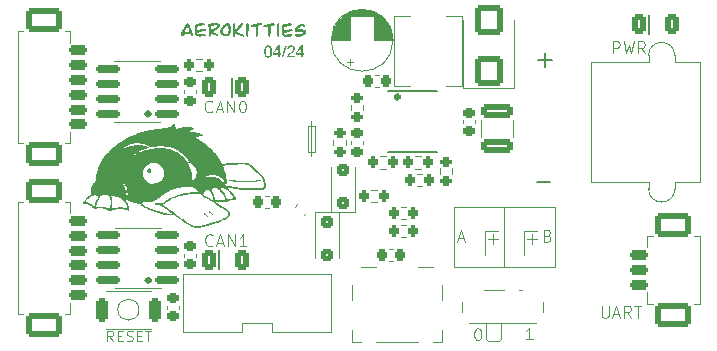
<source format=gto>
G04 #@! TF.GenerationSoftware,KiCad,Pcbnew,8.0.1*
G04 #@! TF.CreationDate,2024-03-31T00:43:17+03:00*
G04 #@! TF.ProjectId,Master board,4d617374-6572-4206-926f-6172642e6b69,rev?*
G04 #@! TF.SameCoordinates,Original*
G04 #@! TF.FileFunction,Legend,Top*
G04 #@! TF.FilePolarity,Positive*
%FSLAX46Y46*%
G04 Gerber Fmt 4.6, Leading zero omitted, Abs format (unit mm)*
G04 Created by KiCad (PCBNEW 8.0.1) date 2024-03-31 00:43:17*
%MOMM*%
%LPD*%
G01*
G04 APERTURE LIST*
G04 Aperture macros list*
%AMRoundRect*
0 Rectangle with rounded corners*
0 $1 Rounding radius*
0 $2 $3 $4 $5 $6 $7 $8 $9 X,Y pos of 4 corners*
0 Add a 4 corners polygon primitive as box body*
4,1,4,$2,$3,$4,$5,$6,$7,$8,$9,$2,$3,0*
0 Add four circle primitives for the rounded corners*
1,1,$1+$1,$2,$3*
1,1,$1+$1,$4,$5*
1,1,$1+$1,$6,$7*
1,1,$1+$1,$8,$9*
0 Add four rect primitives between the rounded corners*
20,1,$1+$1,$2,$3,$4,$5,0*
20,1,$1+$1,$4,$5,$6,$7,0*
20,1,$1+$1,$6,$7,$8,$9,0*
20,1,$1+$1,$8,$9,$2,$3,0*%
G04 Aperture macros list end*
%ADD10C,0.120000*%
%ADD11C,0.100000*%
%ADD12C,0.150000*%
%ADD13C,0.000000*%
%ADD14C,0.350000*%
%ADD15C,1.600000*%
%ADD16RoundRect,0.225000X0.250000X-0.225000X0.250000X0.225000X-0.250000X0.225000X-0.250000X-0.225000X0*%
%ADD17C,0.500000*%
%ADD18R,0.400000X1.800000*%
%ADD19O,1.090000X2.000000*%
%ADD20O,1.050000X1.600000*%
%ADD21RoundRect,0.200000X-0.600000X0.200000X-0.600000X-0.200000X0.600000X-0.200000X0.600000X0.200000X0*%
%ADD22RoundRect,0.250001X-1.249999X0.799999X-1.249999X-0.799999X1.249999X-0.799999X1.249999X0.799999X0*%
%ADD23C,0.900000*%
%ADD24R,0.700000X1.500000*%
%ADD25R,1.000000X0.800000*%
%ADD26RoundRect,0.250000X-0.375000X-0.625000X0.375000X-0.625000X0.375000X0.625000X-0.375000X0.625000X0*%
%ADD27RoundRect,0.250000X0.250000X-0.750000X0.250000X0.750000X-0.250000X0.750000X-0.250000X-0.750000X0*%
%ADD28R,2.500000X1.900000*%
%ADD29C,1.000000*%
%ADD30O,1.000000X1.000000*%
%ADD31RoundRect,0.225000X-0.017678X0.335876X-0.335876X0.017678X0.017678X-0.335876X0.335876X-0.017678X0*%
%ADD32RoundRect,0.200000X-0.200000X-0.275000X0.200000X-0.275000X0.200000X0.275000X-0.200000X0.275000X0*%
%ADD33C,1.524000*%
%ADD34RoundRect,0.250000X-0.300000X0.300000X-0.300000X-0.300000X0.300000X-0.300000X0.300000X0.300000X0*%
%ADD35RoundRect,0.250000X0.300000X-0.300000X0.300000X0.300000X-0.300000X0.300000X-0.300000X-0.300000X0*%
%ADD36C,0.700000*%
%ADD37C,4.400000*%
%ADD38RoundRect,0.225000X-0.225000X-0.250000X0.225000X-0.250000X0.225000X0.250000X-0.225000X0.250000X0*%
%ADD39RoundRect,0.250000X0.375000X0.625000X-0.375000X0.625000X-0.375000X-0.625000X0.375000X-0.625000X0*%
%ADD40RoundRect,0.250000X1.100000X-0.325000X1.100000X0.325000X-1.100000X0.325000X-1.100000X-0.325000X0*%
%ADD41R,0.900000X1.500000*%
%ADD42RoundRect,0.150000X0.825000X0.150000X-0.825000X0.150000X-0.825000X-0.150000X0.825000X-0.150000X0*%
%ADD43RoundRect,0.225000X-0.250000X0.225000X-0.250000X-0.225000X0.250000X-0.225000X0.250000X0.225000X0*%
%ADD44RoundRect,0.200000X0.200000X0.275000X-0.200000X0.275000X-0.200000X-0.275000X0.200000X-0.275000X0*%
%ADD45R,1.910000X0.610000*%
%ADD46R,1.205000X1.550000*%
%ADD47RoundRect,0.200000X0.600000X-0.200000X0.600000X0.200000X-0.600000X0.200000X-0.600000X-0.200000X0*%
%ADD48RoundRect,0.250001X1.249999X-0.799999X1.249999X0.799999X-1.249999X0.799999X-1.249999X-0.799999X0*%
%ADD49RoundRect,0.200000X0.275000X-0.200000X0.275000X0.200000X-0.275000X0.200000X-0.275000X-0.200000X0*%
%ADD50RoundRect,0.250000X0.900000X-1.000000X0.900000X1.000000X-0.900000X1.000000X-0.900000X-1.000000X0*%
%ADD51C,1.400000*%
%ADD52C,3.500000*%
%ADD53RoundRect,0.225000X0.225000X0.250000X-0.225000X0.250000X-0.225000X-0.250000X0.225000X-0.250000X0*%
G04 APERTURE END LIST*
D10*
X148468750Y-83524000D02*
X148468750Y-88624000D01*
X144204500Y-88624000D02*
X152733000Y-88624000D01*
X144204500Y-88624000D02*
X144204500Y-83524000D01*
X152733000Y-83524000D02*
X152733000Y-88624000D01*
X152733000Y-83524000D02*
X144204500Y-83524000D01*
D11*
X146186360Y-93816419D02*
X146281598Y-93816419D01*
X146281598Y-93816419D02*
X146376836Y-93864038D01*
X146376836Y-93864038D02*
X146424455Y-93911657D01*
X146424455Y-93911657D02*
X146472074Y-94006895D01*
X146472074Y-94006895D02*
X146519693Y-94197371D01*
X146519693Y-94197371D02*
X146519693Y-94435466D01*
X146519693Y-94435466D02*
X146472074Y-94625942D01*
X146472074Y-94625942D02*
X146424455Y-94721180D01*
X146424455Y-94721180D02*
X146376836Y-94768800D01*
X146376836Y-94768800D02*
X146281598Y-94816419D01*
X146281598Y-94816419D02*
X146186360Y-94816419D01*
X146186360Y-94816419D02*
X146091122Y-94768800D01*
X146091122Y-94768800D02*
X146043503Y-94721180D01*
X146043503Y-94721180D02*
X145995884Y-94625942D01*
X145995884Y-94625942D02*
X145948265Y-94435466D01*
X145948265Y-94435466D02*
X145948265Y-94197371D01*
X145948265Y-94197371D02*
X145995884Y-94006895D01*
X145995884Y-94006895D02*
X146043503Y-93911657D01*
X146043503Y-93911657D02*
X146091122Y-93864038D01*
X146091122Y-93864038D02*
X146186360Y-93816419D01*
X156732884Y-91915419D02*
X156732884Y-92724942D01*
X156732884Y-92724942D02*
X156780503Y-92820180D01*
X156780503Y-92820180D02*
X156828122Y-92867800D01*
X156828122Y-92867800D02*
X156923360Y-92915419D01*
X156923360Y-92915419D02*
X157113836Y-92915419D01*
X157113836Y-92915419D02*
X157209074Y-92867800D01*
X157209074Y-92867800D02*
X157256693Y-92820180D01*
X157256693Y-92820180D02*
X157304312Y-92724942D01*
X157304312Y-92724942D02*
X157304312Y-91915419D01*
X157732884Y-92629704D02*
X158209074Y-92629704D01*
X157637646Y-92915419D02*
X157970979Y-91915419D01*
X157970979Y-91915419D02*
X158304312Y-92915419D01*
X159209074Y-92915419D02*
X158875741Y-92439228D01*
X158637646Y-92915419D02*
X158637646Y-91915419D01*
X158637646Y-91915419D02*
X159018598Y-91915419D01*
X159018598Y-91915419D02*
X159113836Y-91963038D01*
X159113836Y-91963038D02*
X159161455Y-92010657D01*
X159161455Y-92010657D02*
X159209074Y-92105895D01*
X159209074Y-92105895D02*
X159209074Y-92248752D01*
X159209074Y-92248752D02*
X159161455Y-92343990D01*
X159161455Y-92343990D02*
X159113836Y-92391609D01*
X159113836Y-92391609D02*
X159018598Y-92439228D01*
X159018598Y-92439228D02*
X158637646Y-92439228D01*
X159494789Y-91915419D02*
X160066217Y-91915419D01*
X159780503Y-92915419D02*
X159780503Y-91915419D01*
X123751741Y-75445180D02*
X123704122Y-75492800D01*
X123704122Y-75492800D02*
X123561265Y-75540419D01*
X123561265Y-75540419D02*
X123466027Y-75540419D01*
X123466027Y-75540419D02*
X123323170Y-75492800D01*
X123323170Y-75492800D02*
X123227932Y-75397561D01*
X123227932Y-75397561D02*
X123180313Y-75302323D01*
X123180313Y-75302323D02*
X123132694Y-75111847D01*
X123132694Y-75111847D02*
X123132694Y-74968990D01*
X123132694Y-74968990D02*
X123180313Y-74778514D01*
X123180313Y-74778514D02*
X123227932Y-74683276D01*
X123227932Y-74683276D02*
X123323170Y-74588038D01*
X123323170Y-74588038D02*
X123466027Y-74540419D01*
X123466027Y-74540419D02*
X123561265Y-74540419D01*
X123561265Y-74540419D02*
X123704122Y-74588038D01*
X123704122Y-74588038D02*
X123751741Y-74635657D01*
X124132694Y-75254704D02*
X124608884Y-75254704D01*
X124037456Y-75540419D02*
X124370789Y-74540419D01*
X124370789Y-74540419D02*
X124704122Y-75540419D01*
X125037456Y-75540419D02*
X125037456Y-74540419D01*
X125037456Y-74540419D02*
X125608884Y-75540419D01*
X125608884Y-75540419D02*
X125608884Y-74540419D01*
X126275551Y-74540419D02*
X126370789Y-74540419D01*
X126370789Y-74540419D02*
X126466027Y-74588038D01*
X126466027Y-74588038D02*
X126513646Y-74635657D01*
X126513646Y-74635657D02*
X126561265Y-74730895D01*
X126561265Y-74730895D02*
X126608884Y-74921371D01*
X126608884Y-74921371D02*
X126608884Y-75159466D01*
X126608884Y-75159466D02*
X126561265Y-75349942D01*
X126561265Y-75349942D02*
X126513646Y-75445180D01*
X126513646Y-75445180D02*
X126466027Y-75492800D01*
X126466027Y-75492800D02*
X126370789Y-75540419D01*
X126370789Y-75540419D02*
X126275551Y-75540419D01*
X126275551Y-75540419D02*
X126180313Y-75492800D01*
X126180313Y-75492800D02*
X126132694Y-75445180D01*
X126132694Y-75445180D02*
X126085075Y-75349942D01*
X126085075Y-75349942D02*
X126037456Y-75159466D01*
X126037456Y-75159466D02*
X126037456Y-74921371D01*
X126037456Y-74921371D02*
X126085075Y-74730895D01*
X126085075Y-74730895D02*
X126132694Y-74635657D01*
X126132694Y-74635657D02*
X126180313Y-74588038D01*
X126180313Y-74588038D02*
X126275551Y-74540419D01*
X115350646Y-94929657D02*
X115050646Y-94501085D01*
X114836360Y-94929657D02*
X114836360Y-94029657D01*
X114836360Y-94029657D02*
X115179217Y-94029657D01*
X115179217Y-94029657D02*
X115264932Y-94072514D01*
X115264932Y-94072514D02*
X115307789Y-94115371D01*
X115307789Y-94115371D02*
X115350646Y-94201085D01*
X115350646Y-94201085D02*
X115350646Y-94329657D01*
X115350646Y-94329657D02*
X115307789Y-94415371D01*
X115307789Y-94415371D02*
X115264932Y-94458228D01*
X115264932Y-94458228D02*
X115179217Y-94501085D01*
X115179217Y-94501085D02*
X114836360Y-94501085D01*
X115736360Y-94458228D02*
X116036360Y-94458228D01*
X116164932Y-94929657D02*
X115736360Y-94929657D01*
X115736360Y-94929657D02*
X115736360Y-94029657D01*
X115736360Y-94029657D02*
X116164932Y-94029657D01*
X116507789Y-94886800D02*
X116636361Y-94929657D01*
X116636361Y-94929657D02*
X116850646Y-94929657D01*
X116850646Y-94929657D02*
X116936361Y-94886800D01*
X116936361Y-94886800D02*
X116979218Y-94843942D01*
X116979218Y-94843942D02*
X117022075Y-94758228D01*
X117022075Y-94758228D02*
X117022075Y-94672514D01*
X117022075Y-94672514D02*
X116979218Y-94586800D01*
X116979218Y-94586800D02*
X116936361Y-94543942D01*
X116936361Y-94543942D02*
X116850646Y-94501085D01*
X116850646Y-94501085D02*
X116679218Y-94458228D01*
X116679218Y-94458228D02*
X116593503Y-94415371D01*
X116593503Y-94415371D02*
X116550646Y-94372514D01*
X116550646Y-94372514D02*
X116507789Y-94286800D01*
X116507789Y-94286800D02*
X116507789Y-94201085D01*
X116507789Y-94201085D02*
X116550646Y-94115371D01*
X116550646Y-94115371D02*
X116593503Y-94072514D01*
X116593503Y-94072514D02*
X116679218Y-94029657D01*
X116679218Y-94029657D02*
X116893503Y-94029657D01*
X116893503Y-94029657D02*
X117022075Y-94072514D01*
X117407789Y-94458228D02*
X117707789Y-94458228D01*
X117836361Y-94929657D02*
X117407789Y-94929657D01*
X117407789Y-94929657D02*
X117407789Y-94029657D01*
X117407789Y-94029657D02*
X117836361Y-94029657D01*
X118093504Y-94029657D02*
X118607790Y-94029657D01*
X118350647Y-94929657D02*
X118350647Y-94029657D01*
X123782741Y-86764180D02*
X123735122Y-86811800D01*
X123735122Y-86811800D02*
X123592265Y-86859419D01*
X123592265Y-86859419D02*
X123497027Y-86859419D01*
X123497027Y-86859419D02*
X123354170Y-86811800D01*
X123354170Y-86811800D02*
X123258932Y-86716561D01*
X123258932Y-86716561D02*
X123211313Y-86621323D01*
X123211313Y-86621323D02*
X123163694Y-86430847D01*
X123163694Y-86430847D02*
X123163694Y-86287990D01*
X123163694Y-86287990D02*
X123211313Y-86097514D01*
X123211313Y-86097514D02*
X123258932Y-86002276D01*
X123258932Y-86002276D02*
X123354170Y-85907038D01*
X123354170Y-85907038D02*
X123497027Y-85859419D01*
X123497027Y-85859419D02*
X123592265Y-85859419D01*
X123592265Y-85859419D02*
X123735122Y-85907038D01*
X123735122Y-85907038D02*
X123782741Y-85954657D01*
X124163694Y-86573704D02*
X124639884Y-86573704D01*
X124068456Y-86859419D02*
X124401789Y-85859419D01*
X124401789Y-85859419D02*
X124735122Y-86859419D01*
X125068456Y-86859419D02*
X125068456Y-85859419D01*
X125068456Y-85859419D02*
X125639884Y-86859419D01*
X125639884Y-86859419D02*
X125639884Y-85859419D01*
X126639884Y-86859419D02*
X126068456Y-86859419D01*
X126354170Y-86859419D02*
X126354170Y-85859419D01*
X126354170Y-85859419D02*
X126258932Y-86002276D01*
X126258932Y-86002276D02*
X126163694Y-86097514D01*
X126163694Y-86097514D02*
X126068456Y-86145133D01*
X152144217Y-85962109D02*
X152287074Y-86009728D01*
X152287074Y-86009728D02*
X152334693Y-86057347D01*
X152334693Y-86057347D02*
X152382312Y-86152585D01*
X152382312Y-86152585D02*
X152382312Y-86295442D01*
X152382312Y-86295442D02*
X152334693Y-86390680D01*
X152334693Y-86390680D02*
X152287074Y-86438300D01*
X152287074Y-86438300D02*
X152191836Y-86485919D01*
X152191836Y-86485919D02*
X151810884Y-86485919D01*
X151810884Y-86485919D02*
X151810884Y-85485919D01*
X151810884Y-85485919D02*
X152144217Y-85485919D01*
X152144217Y-85485919D02*
X152239455Y-85533538D01*
X152239455Y-85533538D02*
X152287074Y-85581157D01*
X152287074Y-85581157D02*
X152334693Y-85676395D01*
X152334693Y-85676395D02*
X152334693Y-85771633D01*
X152334693Y-85771633D02*
X152287074Y-85866871D01*
X152287074Y-85866871D02*
X152239455Y-85914490D01*
X152239455Y-85914490D02*
X152144217Y-85962109D01*
X152144217Y-85962109D02*
X151810884Y-85962109D01*
G36*
X128543696Y-69861496D02*
G01*
X128596590Y-69875136D01*
X128643714Y-69897869D01*
X128685067Y-69929695D01*
X128720650Y-69970615D01*
X128750463Y-70020628D01*
X128774506Y-70079735D01*
X128792778Y-70147934D01*
X128801754Y-70198452D01*
X128808166Y-70253012D01*
X128812012Y-70311613D01*
X128813295Y-70374256D01*
X128812012Y-70436543D01*
X128808166Y-70494812D01*
X128801754Y-70549063D01*
X128792778Y-70599295D01*
X128774506Y-70667108D01*
X128750463Y-70725879D01*
X128720650Y-70775609D01*
X128685067Y-70816297D01*
X128643714Y-70847943D01*
X128596590Y-70870548D01*
X128543696Y-70884110D01*
X128485032Y-70888631D01*
X128426456Y-70884110D01*
X128373640Y-70870548D01*
X128326587Y-70847943D01*
X128285295Y-70816297D01*
X128249765Y-70775609D01*
X128219996Y-70725879D01*
X128195989Y-70667108D01*
X128177744Y-70599295D01*
X128168782Y-70549063D01*
X128162380Y-70494812D01*
X128158539Y-70436543D01*
X128157258Y-70374256D01*
X128157263Y-70374011D01*
X128291103Y-70374011D01*
X128291874Y-70428531D01*
X128294187Y-70478761D01*
X128299246Y-70535516D01*
X128306714Y-70585570D01*
X128318856Y-70636786D01*
X128337405Y-70684341D01*
X128340441Y-70690062D01*
X128371904Y-70733156D01*
X128415248Y-70764497D01*
X128467417Y-70778427D01*
X128484788Y-70779210D01*
X128534855Y-70772158D01*
X128581919Y-70747782D01*
X128616569Y-70710956D01*
X128629624Y-70690062D01*
X128648943Y-70644384D01*
X128661726Y-70594776D01*
X128669715Y-70546063D01*
X128675283Y-70490648D01*
X128677995Y-70441491D01*
X128679157Y-70388043D01*
X128679205Y-70374011D01*
X128678431Y-70319366D01*
X128676107Y-70269002D01*
X128671023Y-70212069D01*
X128663518Y-70161826D01*
X128651316Y-70110366D01*
X128632674Y-70062507D01*
X128629624Y-70056740D01*
X128598220Y-70013055D01*
X128554762Y-69981285D01*
X128502288Y-69967164D01*
X128484788Y-69966370D01*
X128435056Y-69973518D01*
X128388183Y-69998229D01*
X128353542Y-70035559D01*
X128340441Y-70056740D01*
X128321216Y-70102726D01*
X128308497Y-70152581D01*
X128300547Y-70201485D01*
X128295006Y-70257080D01*
X128292308Y-70306374D01*
X128291152Y-70359949D01*
X128291103Y-70374011D01*
X128157263Y-70374011D01*
X128158539Y-70311613D01*
X128162380Y-70253012D01*
X128168782Y-70198452D01*
X128177744Y-70147934D01*
X128195989Y-70079735D01*
X128219996Y-70020628D01*
X128249765Y-69970615D01*
X128285295Y-69929695D01*
X128326587Y-69897869D01*
X128373640Y-69875136D01*
X128426456Y-69861496D01*
X128485032Y-69856949D01*
X128543696Y-69861496D01*
G37*
G36*
X129453699Y-70529106D02*
G01*
X129589743Y-70529106D01*
X129589743Y-70638526D01*
X129453699Y-70638526D01*
X129453699Y-70873000D01*
X129324006Y-70873000D01*
X129324006Y-70638526D01*
X128893895Y-70638526D01*
X128893895Y-70529106D01*
X129014795Y-70529106D01*
X129324006Y-70529106D01*
X129324006Y-70062846D01*
X129014795Y-70529106D01*
X128893895Y-70529106D01*
X129352094Y-69856949D01*
X129453699Y-69856949D01*
X129453699Y-70529106D01*
G37*
G36*
X130042080Y-69872581D02*
G01*
X129750943Y-70873000D01*
X129651292Y-70873000D01*
X129942429Y-69872581D01*
X130042080Y-69872581D01*
G37*
G36*
X130750385Y-70873000D02*
G01*
X130083357Y-70873000D01*
X130087859Y-70822804D01*
X130101364Y-70773884D01*
X130123872Y-70726238D01*
X130140266Y-70700320D01*
X130174781Y-70656677D01*
X130208460Y-70620839D01*
X130248821Y-70582339D01*
X130287557Y-70548223D01*
X130330933Y-70512258D01*
X130349582Y-70497354D01*
X130394790Y-70460842D01*
X130435310Y-70426714D01*
X130477749Y-70388910D01*
X130513438Y-70354541D01*
X130550524Y-70314057D01*
X130557921Y-70304891D01*
X130585195Y-70262973D01*
X130605030Y-70212817D01*
X130613460Y-70164455D01*
X130614341Y-70141981D01*
X130608656Y-70089856D01*
X130589485Y-70042406D01*
X130566226Y-70013265D01*
X130524643Y-69984688D01*
X130476871Y-69970079D01*
X130430915Y-69966370D01*
X130381597Y-69971998D01*
X130333655Y-69990974D01*
X130301711Y-70013997D01*
X130270449Y-70052023D01*
X130250213Y-70100611D01*
X130241383Y-70153949D01*
X130107538Y-70153949D01*
X130114321Y-70105122D01*
X130128964Y-70052998D01*
X130150852Y-70006086D01*
X130179987Y-69964387D01*
X130205235Y-69937794D01*
X130245893Y-69906293D01*
X130291788Y-69882529D01*
X130342919Y-69866502D01*
X130399286Y-69858212D01*
X130433846Y-69856949D01*
X130487845Y-69859749D01*
X130537000Y-69868146D01*
X130588228Y-69885020D01*
X130632864Y-69909513D01*
X130665877Y-69936572D01*
X130701674Y-69978781D01*
X130727243Y-70026026D01*
X130742584Y-70078310D01*
X130747618Y-70128190D01*
X130747698Y-70135630D01*
X130743912Y-70188158D01*
X130732555Y-70237541D01*
X130713626Y-70283779D01*
X130687126Y-70326872D01*
X130655017Y-70366194D01*
X130618398Y-70404828D01*
X130581467Y-70440500D01*
X130538704Y-70479332D01*
X130500295Y-70512673D01*
X130458154Y-70548037D01*
X130447035Y-70557193D01*
X130404907Y-70592445D01*
X130359986Y-70631925D01*
X130323663Y-70666314D01*
X130287257Y-70705902D01*
X130264097Y-70747947D01*
X130750385Y-70747947D01*
X130750385Y-70873000D01*
G37*
G36*
X131399826Y-70529106D02*
G01*
X131535870Y-70529106D01*
X131535870Y-70638526D01*
X131399826Y-70638526D01*
X131399826Y-70873000D01*
X131270133Y-70873000D01*
X131270133Y-70638526D01*
X130840022Y-70638526D01*
X130840022Y-70529106D01*
X130960922Y-70529106D01*
X131270133Y-70529106D01*
X131270133Y-70062846D01*
X130960922Y-70529106D01*
X130840022Y-70529106D01*
X131298221Y-69856949D01*
X131399826Y-69856949D01*
X131399826Y-70529106D01*
G37*
X150898693Y-94750419D02*
X150327265Y-94750419D01*
X150612979Y-94750419D02*
X150612979Y-93750419D01*
X150612979Y-93750419D02*
X150517741Y-93893276D01*
X150517741Y-93893276D02*
X150422503Y-93988514D01*
X150422503Y-93988514D02*
X150327265Y-94036133D01*
X144584265Y-86200204D02*
X145060455Y-86200204D01*
X144489027Y-86485919D02*
X144822360Y-85485919D01*
X144822360Y-85485919D02*
X145155693Y-86485919D01*
X157678884Y-70523419D02*
X157678884Y-69523419D01*
X157678884Y-69523419D02*
X158059836Y-69523419D01*
X158059836Y-69523419D02*
X158155074Y-69571038D01*
X158155074Y-69571038D02*
X158202693Y-69618657D01*
X158202693Y-69618657D02*
X158250312Y-69713895D01*
X158250312Y-69713895D02*
X158250312Y-69856752D01*
X158250312Y-69856752D02*
X158202693Y-69951990D01*
X158202693Y-69951990D02*
X158155074Y-69999609D01*
X158155074Y-69999609D02*
X158059836Y-70047228D01*
X158059836Y-70047228D02*
X157678884Y-70047228D01*
X158583646Y-69523419D02*
X158821741Y-70523419D01*
X158821741Y-70523419D02*
X159012217Y-69809133D01*
X159012217Y-69809133D02*
X159202693Y-70523419D01*
X159202693Y-70523419D02*
X159440789Y-69523419D01*
X160393169Y-70523419D02*
X160059836Y-70047228D01*
X159821741Y-70523419D02*
X159821741Y-69523419D01*
X159821741Y-69523419D02*
X160202693Y-69523419D01*
X160202693Y-69523419D02*
X160297931Y-69571038D01*
X160297931Y-69571038D02*
X160345550Y-69618657D01*
X160345550Y-69618657D02*
X160393169Y-69713895D01*
X160393169Y-69713895D02*
X160393169Y-69856752D01*
X160393169Y-69856752D02*
X160345550Y-69951990D01*
X160345550Y-69951990D02*
X160297931Y-69999609D01*
X160297931Y-69999609D02*
X160202693Y-70047228D01*
X160202693Y-70047228D02*
X159821741Y-70047228D01*
D12*
X151913700Y-71655428D02*
X151913700Y-70512571D01*
X152485128Y-71083999D02*
X151342271Y-71083999D01*
X151227571Y-81466700D02*
X152370429Y-81466700D01*
D10*
X133856250Y-69387613D02*
X135396250Y-69387613D01*
X133856250Y-69427613D02*
X135396250Y-69427613D01*
X133857250Y-69347613D02*
X135396250Y-69347613D01*
X133858250Y-69307613D02*
X135396250Y-69307613D01*
X133860250Y-69267613D02*
X135396250Y-69267613D01*
X133863250Y-69227613D02*
X135396250Y-69227613D01*
X133867250Y-69187613D02*
X135396250Y-69187613D01*
X133871250Y-69147613D02*
X135396250Y-69147613D01*
X133875250Y-69107613D02*
X135396250Y-69107613D01*
X133880250Y-69067613D02*
X135396250Y-69067613D01*
X133886250Y-69027613D02*
X135396250Y-69027613D01*
X133893250Y-68987613D02*
X135396250Y-68987613D01*
X133900250Y-68947613D02*
X135396250Y-68947613D01*
X133908250Y-68907613D02*
X135396250Y-68907613D01*
X133916250Y-68867613D02*
X135396250Y-68867613D01*
X133925250Y-68827613D02*
X135396250Y-68827613D01*
X133935250Y-68787613D02*
X135396250Y-68787613D01*
X133945250Y-68747613D02*
X135396250Y-68747613D01*
X133956250Y-68706613D02*
X135396250Y-68706613D01*
X133968250Y-68666613D02*
X135396250Y-68666613D01*
X133981250Y-68626613D02*
X135396250Y-68626613D01*
X133994250Y-68586613D02*
X135396250Y-68586613D01*
X134008250Y-68546613D02*
X135396250Y-68546613D01*
X134022250Y-68506613D02*
X135396250Y-68506613D01*
X134038250Y-68466613D02*
X135396250Y-68466613D01*
X134054250Y-68426613D02*
X135396250Y-68426613D01*
X134071250Y-68386613D02*
X135396250Y-68386613D01*
X134088250Y-68346613D02*
X135396250Y-68346613D01*
X134107250Y-68306613D02*
X135396250Y-68306613D01*
X134126250Y-68266613D02*
X135396250Y-68266613D01*
X134146250Y-68226613D02*
X135396250Y-68226613D01*
X134168250Y-68186613D02*
X135396250Y-68186613D01*
X134189250Y-68146613D02*
X135396250Y-68146613D01*
X134212250Y-68106613D02*
X135396250Y-68106613D01*
X134236250Y-68066613D02*
X135396250Y-68066613D01*
X134261250Y-68026613D02*
X135396250Y-68026613D01*
X134287250Y-67986613D02*
X135396250Y-67986613D01*
X134314250Y-67946613D02*
X135396250Y-67946613D01*
X134341250Y-67906613D02*
X135396250Y-67906613D01*
X134371250Y-67866613D02*
X135396250Y-67866613D01*
X134401250Y-67826613D02*
X135396250Y-67826613D01*
X134432250Y-67786613D02*
X135396250Y-67786613D01*
X134465250Y-67746613D02*
X135396250Y-67746613D01*
X134499250Y-67706613D02*
X135396250Y-67706613D01*
X134535250Y-67666613D02*
X135396250Y-67666613D01*
X134572250Y-67626613D02*
X135396250Y-67626613D01*
X134610250Y-67586613D02*
X135396250Y-67586613D01*
X134651250Y-67546613D02*
X135396250Y-67546613D01*
X134693250Y-67506613D02*
X135396250Y-67506613D01*
X134737250Y-67466613D02*
X135396250Y-67466613D01*
X134783250Y-67426613D02*
X135396250Y-67426613D01*
X134831250Y-67386613D02*
X138041250Y-67386613D01*
X134882250Y-67346613D02*
X137990250Y-67346613D01*
X134936250Y-67306613D02*
X137936250Y-67306613D01*
X134993250Y-67266613D02*
X137879250Y-67266613D01*
X135053250Y-67226613D02*
X137819250Y-67226613D01*
X135117250Y-67186613D02*
X137755250Y-67186613D01*
X135185250Y-67146613D02*
X137687250Y-67146613D01*
X135195250Y-71238613D02*
X135695250Y-71238613D01*
X135258250Y-67106613D02*
X137614250Y-67106613D01*
X135338250Y-67066613D02*
X137534250Y-67066613D01*
X135425250Y-67026613D02*
X137447250Y-67026613D01*
X135445250Y-71488613D02*
X135445250Y-70988613D01*
X135521250Y-66986613D02*
X137351250Y-66986613D01*
X135631250Y-66946613D02*
X137241250Y-66946613D01*
X135759250Y-66906613D02*
X137113250Y-66906613D01*
X135918250Y-66866613D02*
X136954250Y-66866613D01*
X136152250Y-66826613D02*
X136720250Y-66826613D01*
X137476250Y-67426613D02*
X138089250Y-67426613D01*
X137476250Y-67466613D02*
X138135250Y-67466613D01*
X137476250Y-67506613D02*
X138179250Y-67506613D01*
X137476250Y-67546613D02*
X138221250Y-67546613D01*
X137476250Y-67586613D02*
X138262250Y-67586613D01*
X137476250Y-67626613D02*
X138300250Y-67626613D01*
X137476250Y-67666613D02*
X138337250Y-67666613D01*
X137476250Y-67706613D02*
X138373250Y-67706613D01*
X137476250Y-67746613D02*
X138407250Y-67746613D01*
X137476250Y-67786613D02*
X138440250Y-67786613D01*
X137476250Y-67826613D02*
X138471250Y-67826613D01*
X137476250Y-67866613D02*
X138501250Y-67866613D01*
X137476250Y-67906613D02*
X138531250Y-67906613D01*
X137476250Y-67946613D02*
X138558250Y-67946613D01*
X137476250Y-67986613D02*
X138585250Y-67986613D01*
X137476250Y-68026613D02*
X138611250Y-68026613D01*
X137476250Y-68066613D02*
X138636250Y-68066613D01*
X137476250Y-68106613D02*
X138660250Y-68106613D01*
X137476250Y-68146613D02*
X138683250Y-68146613D01*
X137476250Y-68186613D02*
X138704250Y-68186613D01*
X137476250Y-68226613D02*
X138726250Y-68226613D01*
X137476250Y-68266613D02*
X138746250Y-68266613D01*
X137476250Y-68306613D02*
X138765250Y-68306613D01*
X137476250Y-68346613D02*
X138784250Y-68346613D01*
X137476250Y-68386613D02*
X138801250Y-68386613D01*
X137476250Y-68426613D02*
X138818250Y-68426613D01*
X137476250Y-68466613D02*
X138834250Y-68466613D01*
X137476250Y-68506613D02*
X138850250Y-68506613D01*
X137476250Y-68546613D02*
X138864250Y-68546613D01*
X137476250Y-68586613D02*
X138878250Y-68586613D01*
X137476250Y-68626613D02*
X138891250Y-68626613D01*
X137476250Y-68666613D02*
X138904250Y-68666613D01*
X137476250Y-68706613D02*
X138916250Y-68706613D01*
X137476250Y-68747613D02*
X138927250Y-68747613D01*
X137476250Y-68787613D02*
X138937250Y-68787613D01*
X137476250Y-68827613D02*
X138947250Y-68827613D01*
X137476250Y-68867613D02*
X138956250Y-68867613D01*
X137476250Y-68907613D02*
X138964250Y-68907613D01*
X137476250Y-68947613D02*
X138972250Y-68947613D01*
X137476250Y-68987613D02*
X138979250Y-68987613D01*
X137476250Y-69027613D02*
X138986250Y-69027613D01*
X137476250Y-69067613D02*
X138992250Y-69067613D01*
X137476250Y-69107613D02*
X138997250Y-69107613D01*
X137476250Y-69147613D02*
X139001250Y-69147613D01*
X137476250Y-69187613D02*
X139005250Y-69187613D01*
X137476250Y-69227613D02*
X139009250Y-69227613D01*
X137476250Y-69267613D02*
X139012250Y-69267613D01*
X137476250Y-69307613D02*
X139014250Y-69307613D01*
X137476250Y-69347613D02*
X139015250Y-69347613D01*
X137476250Y-69387613D02*
X139016250Y-69387613D01*
X137476250Y-69427613D02*
X139016250Y-69427613D01*
X139056250Y-69427613D02*
G75*
G02*
X133816250Y-69427613I-2620000J0D01*
G01*
X133816250Y-69427613D02*
G75*
G02*
X139056250Y-69427613I2620000J0D01*
G01*
X121334000Y-73895580D02*
X121334000Y-73614420D01*
X122354000Y-73895580D02*
X122354000Y-73614420D01*
X135602000Y-91414000D02*
X135602000Y-90144000D01*
X135602000Y-94970000D02*
X135602000Y-93954000D01*
X136364000Y-94970000D02*
X135602000Y-94970000D01*
X137634000Y-88620000D02*
X136364000Y-88620000D01*
X137634000Y-94970000D02*
X141190000Y-94970000D01*
X142460000Y-88620000D02*
X141190000Y-88620000D01*
X143222000Y-91414000D02*
X143222000Y-90144000D01*
X143222000Y-94970000D02*
X142460000Y-94970000D01*
X143222000Y-94970000D02*
X143222000Y-93954000D01*
X107289000Y-83122000D02*
X107289000Y-92592000D01*
X107289000Y-92592000D02*
X107739000Y-92592000D01*
X107739000Y-83122000D02*
X107289000Y-83122000D01*
X111259000Y-83122000D02*
X111709000Y-83122000D01*
X111259000Y-92592000D02*
X111709000Y-92592000D01*
X111709000Y-83122000D02*
X111709000Y-84072000D01*
X111709000Y-92592000D02*
X111709000Y-91642000D01*
X144892000Y-91607000D02*
X144892000Y-92397000D01*
X145492000Y-93407000D02*
X151192000Y-93407000D01*
X146742000Y-90557000D02*
X148442000Y-90557000D01*
X146942000Y-93407000D02*
X146942000Y-94697000D01*
X146942000Y-94697000D02*
X147142000Y-94907000D01*
X147142000Y-94907000D02*
X148042000Y-94907000D01*
X148242000Y-94697000D02*
X148042000Y-94907000D01*
X148242000Y-94697000D02*
X148242000Y-93407000D01*
X149742000Y-90557000D02*
X149942000Y-90557000D01*
X151792000Y-92397000D02*
X151792000Y-91607000D01*
D13*
G36*
X123542829Y-83909535D02*
G01*
X123548312Y-83911723D01*
X123597511Y-83938950D01*
X123648943Y-83977069D01*
X123698657Y-84022257D01*
X123742704Y-84070696D01*
X123777129Y-84118567D01*
X123792626Y-84147912D01*
X123804772Y-84183607D01*
X123805153Y-84206600D01*
X123794286Y-84216397D01*
X123772681Y-84212511D01*
X123742666Y-84195685D01*
X123719791Y-84178450D01*
X123691547Y-84154832D01*
X123670944Y-84136304D01*
X123640437Y-84108716D01*
X123605142Y-84078114D01*
X123580731Y-84057730D01*
X123538477Y-84020940D01*
X123510445Y-83990727D01*
X123495321Y-83965425D01*
X123491690Y-83944856D01*
X123499108Y-83918846D01*
X123516752Y-83906722D01*
X123542829Y-83909535D01*
G37*
G36*
X118465735Y-80261665D02*
G01*
X118509920Y-80279009D01*
X118549048Y-80309419D01*
X118580344Y-80352029D01*
X118592392Y-80378166D01*
X118604459Y-80430871D01*
X118603511Y-80486892D01*
X118590751Y-80541895D01*
X118567375Y-80591542D01*
X118534591Y-80631501D01*
X118518727Y-80644064D01*
X118482301Y-80660588D01*
X118438665Y-80668206D01*
X118394613Y-80666591D01*
X118356954Y-80655416D01*
X118351019Y-80652146D01*
X118308640Y-80616789D01*
X118278410Y-80571704D01*
X118260510Y-80520049D01*
X118255121Y-80464976D01*
X118262423Y-80409645D01*
X118282605Y-80357211D01*
X118315840Y-80310831D01*
X118330556Y-80296644D01*
X118373281Y-80269619D01*
X118419265Y-80258248D01*
X118465735Y-80261665D01*
G37*
G36*
X123168419Y-84086226D02*
G01*
X123217230Y-84109806D01*
X123264790Y-84144009D01*
X123308396Y-84185978D01*
X123345338Y-84232848D01*
X123372911Y-84281759D01*
X123388403Y-84329848D01*
X123390639Y-84360985D01*
X123386624Y-84380565D01*
X123375968Y-84388093D01*
X123356756Y-84383579D01*
X123327058Y-84367037D01*
X123318546Y-84361538D01*
X123291154Y-84341877D01*
X123257667Y-84315320D01*
X123220451Y-84284048D01*
X123181886Y-84250229D01*
X123144339Y-84216036D01*
X123110187Y-84183644D01*
X123081797Y-84155222D01*
X123061545Y-84132946D01*
X123051801Y-84118991D01*
X123051285Y-84116735D01*
X123060257Y-84097672D01*
X123081647Y-84083184D01*
X123110351Y-84076241D01*
X123121072Y-84076135D01*
X123168419Y-84086226D01*
G37*
G36*
X127918490Y-81276184D02*
G01*
X127929520Y-81277495D01*
X127936092Y-81279472D01*
X127939210Y-81281701D01*
X127938110Y-81290771D01*
X127921078Y-81301398D01*
X127889672Y-81313299D01*
X127845446Y-81326203D01*
X127789960Y-81339833D01*
X127724773Y-81353912D01*
X127651436Y-81368163D01*
X127571511Y-81382312D01*
X127486551Y-81396078D01*
X127398115Y-81409191D01*
X127307760Y-81421368D01*
X127217045Y-81432337D01*
X127127524Y-81441823D01*
X127040752Y-81449544D01*
X126963313Y-81454934D01*
X126825747Y-81460850D01*
X126675904Y-81463387D01*
X126518726Y-81462648D01*
X126359170Y-81458733D01*
X126202192Y-81451748D01*
X126052741Y-81441795D01*
X125969527Y-81434509D01*
X125855486Y-81422636D01*
X125743387Y-81409297D01*
X125635055Y-81394805D01*
X125532316Y-81379476D01*
X125436997Y-81363621D01*
X125350921Y-81347552D01*
X125275913Y-81331583D01*
X125213801Y-81316027D01*
X125166412Y-81301198D01*
X125147425Y-81293530D01*
X125131816Y-81285534D01*
X125131226Y-81280650D01*
X125141434Y-81276333D01*
X125153287Y-81275629D01*
X125181090Y-81275817D01*
X125223235Y-81276834D01*
X125278111Y-81278622D01*
X125344106Y-81281119D01*
X125419618Y-81284266D01*
X125503033Y-81288001D01*
X125592746Y-81292268D01*
X125673039Y-81296277D01*
X125851494Y-81305125D01*
X126014409Y-81312601D01*
X126163763Y-81318710D01*
X126301544Y-81323459D01*
X126429730Y-81326856D01*
X126550311Y-81328906D01*
X126665267Y-81329623D01*
X126776586Y-81329011D01*
X126886250Y-81327075D01*
X126996245Y-81323825D01*
X127108553Y-81319271D01*
X127225164Y-81313415D01*
X127348056Y-81306270D01*
X127402681Y-81302841D01*
X127512722Y-81295844D01*
X127606527Y-81289973D01*
X127685404Y-81285183D01*
X127750663Y-81281417D01*
X127803614Y-81278627D01*
X127845562Y-81276760D01*
X127877817Y-81275767D01*
X127901692Y-81275590D01*
X127918490Y-81276184D01*
G37*
G36*
X120546445Y-76467396D02*
G01*
X120552341Y-76471335D01*
X120567012Y-76486034D01*
X120580974Y-76508859D01*
X120594655Y-76541225D01*
X120608474Y-76584549D01*
X120622858Y-76640252D01*
X120638223Y-76709756D01*
X120654997Y-76794475D01*
X120665578Y-76851355D01*
X120674684Y-76897863D01*
X120682481Y-76929286D01*
X120689728Y-76948004D01*
X120697181Y-76956390D01*
X120699319Y-76957192D01*
X120714390Y-76955075D01*
X120739097Y-76945977D01*
X120766637Y-76932620D01*
X120822058Y-76906955D01*
X120892171Y-76881286D01*
X120974099Y-76856232D01*
X121064959Y-76832414D01*
X121161872Y-76810452D01*
X121261961Y-76790963D01*
X121362343Y-76774571D01*
X121460142Y-76761895D01*
X121552474Y-76753554D01*
X121611948Y-76750638D01*
X121692018Y-76750448D01*
X121773099Y-76754148D01*
X121853015Y-76761315D01*
X121929579Y-76771524D01*
X122000619Y-76784352D01*
X122063954Y-76799373D01*
X122117403Y-76816169D01*
X122158791Y-76834307D01*
X122185932Y-76853376D01*
X122193824Y-76863757D01*
X122196453Y-76870995D01*
X122195457Y-76878575D01*
X122189267Y-76887761D01*
X122176326Y-76899841D01*
X122155062Y-76916087D01*
X122123915Y-76937775D01*
X122081319Y-76966187D01*
X122025711Y-77002598D01*
X122015999Y-77008926D01*
X121945221Y-77056121D01*
X121886069Y-77097816D01*
X121839071Y-77133532D01*
X121804755Y-77162789D01*
X121783647Y-77185099D01*
X121776276Y-77199984D01*
X121783169Y-77206960D01*
X121800100Y-77206398D01*
X121881527Y-77197761D01*
X121976088Y-77195253D01*
X122080574Y-77198516D01*
X122191776Y-77207192D01*
X122306480Y-77220928D01*
X122421484Y-77239365D01*
X122533568Y-77262151D01*
X122639530Y-77288924D01*
X122695819Y-77305791D01*
X122749519Y-77325309D01*
X122803704Y-77349221D01*
X122855928Y-77375988D01*
X122903740Y-77404079D01*
X122944687Y-77431957D01*
X122976323Y-77458088D01*
X122996199Y-77480938D01*
X123002004Y-77497635D01*
X122994621Y-77510298D01*
X122973314Y-77520864D01*
X122937138Y-77529571D01*
X122885150Y-77536651D01*
X122828126Y-77541551D01*
X122736178Y-77551681D01*
X122637387Y-77569867D01*
X122529083Y-77596682D01*
X122418683Y-77629484D01*
X122369338Y-77645148D01*
X122335496Y-77656639D01*
X122315990Y-77665371D01*
X122309652Y-77672756D01*
X122315314Y-77680210D01*
X122331808Y-77689140D01*
X122357964Y-77700964D01*
X122359139Y-77701491D01*
X122596075Y-77817295D01*
X122828926Y-77949563D01*
X123056337Y-78097387D01*
X123276961Y-78259860D01*
X123489449Y-78436080D01*
X123594655Y-78531331D01*
X123647493Y-78582473D01*
X123708194Y-78644364D01*
X123774067Y-78714006D01*
X123842417Y-78788408D01*
X123910557Y-78864573D01*
X123975793Y-78939509D01*
X124035437Y-79010219D01*
X124086789Y-79073715D01*
X124114296Y-79109477D01*
X124276774Y-79340224D01*
X124423406Y-79577286D01*
X124525402Y-79763651D01*
X124587779Y-79884107D01*
X124619529Y-79880891D01*
X124677141Y-79875606D01*
X124750130Y-79869794D01*
X124836299Y-79863572D01*
X124933451Y-79857064D01*
X125039391Y-79850386D01*
X125151921Y-79843656D01*
X125268844Y-79836995D01*
X125387967Y-79830519D01*
X125507092Y-79824352D01*
X125624024Y-79818607D01*
X125736563Y-79813406D01*
X125842517Y-79808871D01*
X125939689Y-79805115D01*
X126025881Y-79802261D01*
X126098900Y-79800428D01*
X126107999Y-79800257D01*
X126236879Y-79798470D01*
X126349735Y-79798059D01*
X126448081Y-79799152D01*
X126533435Y-79801886D01*
X126607310Y-79806389D01*
X126671227Y-79812795D01*
X126726696Y-79821235D01*
X126775236Y-79831842D01*
X126818361Y-79844747D01*
X126857588Y-79860084D01*
X126872348Y-79866842D01*
X126901583Y-79881314D01*
X126929033Y-79896347D01*
X126956730Y-79913432D01*
X126986707Y-79934054D01*
X127020997Y-79959700D01*
X127061631Y-79991856D01*
X127110644Y-80032008D01*
X127170066Y-80081647D01*
X127196970Y-80104297D01*
X127302527Y-80195126D01*
X127408628Y-80289938D01*
X127513669Y-80387120D01*
X127616044Y-80485050D01*
X127714152Y-80582109D01*
X127806379Y-80676683D01*
X127891126Y-80767150D01*
X127966783Y-80851895D01*
X128031750Y-80929297D01*
X128084415Y-80997742D01*
X128086703Y-81000909D01*
X128116312Y-81044126D01*
X128140817Y-81085434D01*
X128161881Y-81128656D01*
X128181184Y-81177624D01*
X128200397Y-81236159D01*
X128221193Y-81308086D01*
X128221500Y-81309200D01*
X128245156Y-81399815D01*
X128262357Y-81478677D01*
X128273797Y-81550093D01*
X128280175Y-81618373D01*
X128282177Y-81684935D01*
X128277690Y-81777622D01*
X128263374Y-81856598D01*
X128238838Y-81922990D01*
X128203684Y-81977930D01*
X128166027Y-82015747D01*
X128133772Y-82039496D01*
X128099057Y-82058047D01*
X128057541Y-82073152D01*
X128004876Y-82086558D01*
X127974639Y-82092849D01*
X127856117Y-82112510D01*
X127722456Y-82127863D01*
X127575552Y-82138958D01*
X127417305Y-82145842D01*
X127249610Y-82148559D01*
X127074367Y-82147158D01*
X126893474Y-82141678D01*
X126708830Y-82132172D01*
X126522329Y-82118684D01*
X126335873Y-82101258D01*
X126151356Y-82079944D01*
X125970677Y-82054784D01*
X125891974Y-82042360D01*
X125837787Y-82033205D01*
X125774354Y-82022039D01*
X125703825Y-82009280D01*
X125628354Y-81995340D01*
X125550089Y-81980641D01*
X125471187Y-81965599D01*
X125393793Y-81950630D01*
X125320068Y-81936151D01*
X125252154Y-81922581D01*
X125192210Y-81910337D01*
X125142385Y-81899838D01*
X125104832Y-81891495D01*
X125081702Y-81885731D01*
X125077525Y-81884441D01*
X125067557Y-81872902D01*
X125056215Y-81845855D01*
X125044634Y-81806468D01*
X125036524Y-81773203D01*
X125030953Y-81747173D01*
X125028764Y-81732444D01*
X125029013Y-81730643D01*
X125038158Y-81731551D01*
X125061735Y-81735756D01*
X125097010Y-81742716D01*
X125141254Y-81751899D01*
X125191738Y-81762757D01*
X125191963Y-81762806D01*
X125335486Y-81792962D01*
X125476469Y-81819963D01*
X125617173Y-81844076D01*
X125759801Y-81865575D01*
X125906590Y-81884725D01*
X126059777Y-81901799D01*
X126221584Y-81917061D01*
X126394249Y-81930786D01*
X126580000Y-81943236D01*
X126781070Y-81954689D01*
X126783046Y-81954793D01*
X126982894Y-81964369D01*
X127165723Y-81971149D01*
X127331876Y-81975132D01*
X127481701Y-81976323D01*
X127615537Y-81974710D01*
X127733728Y-81970301D01*
X127836617Y-81963093D01*
X127924549Y-81953084D01*
X127934624Y-81951619D01*
X127989202Y-81941823D01*
X128029759Y-81930044D01*
X128059854Y-81914545D01*
X128083050Y-81893592D01*
X128099216Y-81871447D01*
X128108852Y-81855238D01*
X128115709Y-81839726D01*
X128120457Y-81821273D01*
X128123762Y-81796244D01*
X128126295Y-81761001D01*
X128128721Y-81711904D01*
X128128780Y-81710573D01*
X128130752Y-81656133D01*
X128130755Y-81613205D01*
X128128372Y-81575783D01*
X128123184Y-81537862D01*
X128114771Y-81493441D01*
X128113081Y-81485247D01*
X128097022Y-81415310D01*
X128077890Y-81343850D01*
X128056969Y-81274957D01*
X128035553Y-81212725D01*
X128014931Y-81161248D01*
X128003258Y-81136814D01*
X127988538Y-81113773D01*
X127963350Y-81080019D01*
X127929410Y-81037518D01*
X127888429Y-80988240D01*
X127842119Y-80934159D01*
X127792192Y-80877240D01*
X127740360Y-80819455D01*
X127688332Y-80762775D01*
X127637824Y-80709168D01*
X127590548Y-80660604D01*
X127582053Y-80652093D01*
X127487678Y-80559590D01*
X127392300Y-80469219D01*
X127297472Y-80382295D01*
X127204734Y-80300133D01*
X127115638Y-80224047D01*
X127031729Y-80155349D01*
X126954559Y-80095355D01*
X126885669Y-80045378D01*
X126826611Y-80006732D01*
X126811798Y-79997980D01*
X126785254Y-79984040D01*
X126759227Y-79974024D01*
X126728473Y-79966460D01*
X126687742Y-79959876D01*
X126665158Y-79956891D01*
X126607559Y-79951389D01*
X126534109Y-79947321D01*
X126446486Y-79944657D01*
X126346361Y-79943358D01*
X126235409Y-79943397D01*
X126115304Y-79944732D01*
X125987720Y-79947337D01*
X125854330Y-79951171D01*
X125716804Y-79956202D01*
X125576822Y-79962400D01*
X125436054Y-79969727D01*
X125296178Y-79978150D01*
X125160555Y-79987508D01*
X125109303Y-79992080D01*
X125051125Y-79998587D01*
X124988878Y-80006575D01*
X124925418Y-80015592D01*
X124863603Y-80025182D01*
X124806287Y-80034892D01*
X124756331Y-80044271D01*
X124716586Y-80052862D01*
X124689917Y-80060212D01*
X124681934Y-80063518D01*
X124677542Y-80069352D01*
X124677728Y-80081425D01*
X124683117Y-80102310D01*
X124694349Y-80134579D01*
X124708821Y-80172514D01*
X124774288Y-80354851D01*
X124831599Y-80543605D01*
X124880100Y-80735556D01*
X124919134Y-80927492D01*
X124948044Y-81116194D01*
X124966172Y-81298444D01*
X124972835Y-81465941D01*
X124973355Y-81508074D01*
X124974258Y-81547676D01*
X124975390Y-81578744D01*
X124976004Y-81589363D01*
X124978581Y-81624712D01*
X124948589Y-81570320D01*
X124874172Y-81450907D01*
X124785722Y-81336147D01*
X124751986Y-81297864D01*
X124643975Y-81192293D01*
X124525605Y-81100383D01*
X124398052Y-81022520D01*
X124262499Y-80959088D01*
X124120104Y-80910467D01*
X123972042Y-80877045D01*
X123819491Y-80859203D01*
X123663619Y-80857324D01*
X123505599Y-80871797D01*
X123467748Y-80877700D01*
X123401449Y-80890288D01*
X123338997Y-80904808D01*
X123282631Y-80920508D01*
X123234596Y-80936631D01*
X123197127Y-80952423D01*
X123172471Y-80967127D01*
X123162865Y-80979990D01*
X123162824Y-80980477D01*
X123167736Y-80985067D01*
X123183846Y-80987833D01*
X123212349Y-80988770D01*
X123254446Y-80987871D01*
X123311335Y-80985129D01*
X123384211Y-80980535D01*
X123405009Y-80979101D01*
X123472661Y-80976245D01*
X123550291Y-80976064D01*
X123633290Y-80978315D01*
X123717072Y-80982755D01*
X123797032Y-80989140D01*
X123868570Y-80997232D01*
X123926276Y-81006619D01*
X124060477Y-81038826D01*
X124183713Y-81079925D01*
X124301109Y-81131712D01*
X124338046Y-81150711D01*
X124428731Y-81202638D01*
X124510454Y-81257965D01*
X124587629Y-81320146D01*
X124664676Y-81392640D01*
X124717397Y-81447594D01*
X124763430Y-81498519D01*
X124804683Y-81547404D01*
X124843936Y-81597945D01*
X124883967Y-81653831D01*
X124927558Y-81718750D01*
X124963696Y-81774709D01*
X124989609Y-81814003D01*
X125013516Y-81847858D01*
X125033334Y-81873489D01*
X125046975Y-81888115D01*
X125050454Y-81890340D01*
X125062720Y-81900526D01*
X125078449Y-81921898D01*
X125092319Y-81946219D01*
X125108181Y-81973482D01*
X125128545Y-81999414D01*
X125156685Y-82027634D01*
X125195870Y-82061762D01*
X125199664Y-82064925D01*
X125296839Y-82153902D01*
X125393841Y-82258591D01*
X125489266Y-82377163D01*
X125581716Y-82507788D01*
X125669789Y-82648636D01*
X125732400Y-82760393D01*
X125760667Y-82815444D01*
X125779603Y-82858180D01*
X125789639Y-82890922D01*
X125791201Y-82915977D01*
X125784715Y-82935666D01*
X125770614Y-82952303D01*
X125768254Y-82954355D01*
X125759232Y-82961068D01*
X125748770Y-82965642D01*
X125733933Y-82968273D01*
X125711780Y-82969154D01*
X125679376Y-82968471D01*
X125633788Y-82966424D01*
X125605974Y-82964993D01*
X125482333Y-82962565D01*
X125373111Y-82969134D01*
X125277514Y-82984884D01*
X125194750Y-83009984D01*
X125124029Y-83044608D01*
X125070998Y-83083209D01*
X125045534Y-83103796D01*
X125022814Y-83119537D01*
X125009258Y-83126424D01*
X124995216Y-83127148D01*
X124966723Y-83126122D01*
X124926813Y-83123545D01*
X124878512Y-83119619D01*
X124824847Y-83114534D01*
X124820618Y-83114104D01*
X124730924Y-83106510D01*
X124636099Y-83101280D01*
X124539869Y-83098425D01*
X124445970Y-83097966D01*
X124358136Y-83099916D01*
X124280094Y-83104293D01*
X124215580Y-83111113D01*
X124213278Y-83111445D01*
X124163826Y-83119411D01*
X124123901Y-83127333D01*
X124095681Y-83134677D01*
X124081349Y-83140902D01*
X124080488Y-83144072D01*
X124088505Y-83149379D01*
X124109609Y-83162750D01*
X124141922Y-83183012D01*
X124183574Y-83208996D01*
X124232682Y-83239524D01*
X124287374Y-83273428D01*
X124305451Y-83284616D01*
X124403173Y-83345376D01*
X124500097Y-83406222D01*
X124594452Y-83466010D01*
X124684458Y-83523588D01*
X124768342Y-83577808D01*
X124844325Y-83627525D01*
X124910632Y-83671592D01*
X124965492Y-83708856D01*
X125007122Y-83738174D01*
X125007781Y-83738650D01*
X125062936Y-83780144D01*
X125105753Y-83816113D01*
X125139273Y-83849562D01*
X125166531Y-83883511D01*
X125188764Y-83917885D01*
X125223363Y-83991724D01*
X125240559Y-84066201D01*
X125240504Y-84140868D01*
X125223341Y-84215289D01*
X125189218Y-84289018D01*
X125138286Y-84361617D01*
X125070693Y-84432644D01*
X124994730Y-84495614D01*
X124901368Y-84559439D01*
X124791592Y-84623534D01*
X124666542Y-84687386D01*
X124527370Y-84750472D01*
X124375221Y-84812277D01*
X124211244Y-84872278D01*
X124036585Y-84929958D01*
X124029815Y-84932076D01*
X123908717Y-84969785D01*
X123790135Y-85006442D01*
X123675904Y-85041505D01*
X123567846Y-85074411D01*
X123467794Y-85104614D01*
X123377576Y-85131560D01*
X123299013Y-85154698D01*
X123233938Y-85173475D01*
X123193399Y-85184825D01*
X123015610Y-85229260D01*
X122847481Y-85262435D01*
X122689739Y-85284277D01*
X122543096Y-85294706D01*
X122408266Y-85293640D01*
X122297349Y-85282750D01*
X122156527Y-85253331D01*
X122021920Y-85207787D01*
X121894749Y-85146539D01*
X121886833Y-85142060D01*
X121829366Y-85108086D01*
X121759209Y-85064666D01*
X121677830Y-85012780D01*
X121586691Y-84953421D01*
X121487256Y-84887572D01*
X121380988Y-84816225D01*
X121269356Y-84740363D01*
X121153818Y-84660980D01*
X121035839Y-84579060D01*
X120916885Y-84495592D01*
X120798418Y-84411559D01*
X120706228Y-84345494D01*
X120498371Y-84195825D01*
X120422462Y-84216344D01*
X120322309Y-84238256D01*
X120218154Y-84250397D01*
X120105601Y-84253162D01*
X120037682Y-84250785D01*
X119981441Y-84247225D01*
X119929234Y-84242491D01*
X119878874Y-84236050D01*
X119828165Y-84227372D01*
X119774923Y-84215926D01*
X119716952Y-84201182D01*
X119652066Y-84182604D01*
X119578075Y-84159666D01*
X119492784Y-84131836D01*
X119394007Y-84098581D01*
X119354345Y-84085049D01*
X119292824Y-84064404D01*
X119218950Y-84040258D01*
X119137245Y-84014053D01*
X119052238Y-83987228D01*
X118968451Y-83961221D01*
X118891054Y-83937666D01*
X118786641Y-83906037D01*
X118696735Y-83878221D01*
X118618894Y-83853365D01*
X118550666Y-83830615D01*
X118489611Y-83809122D01*
X118433278Y-83788036D01*
X118379223Y-83766503D01*
X118325000Y-83743673D01*
X118291023Y-83728846D01*
X118163550Y-83669342D01*
X118049334Y-83609286D01*
X117949099Y-83549177D01*
X117863569Y-83489509D01*
X117793463Y-83430777D01*
X117739508Y-83373476D01*
X117709289Y-83330420D01*
X117692302Y-83303171D01*
X117679128Y-83287871D01*
X117665416Y-83280892D01*
X117647240Y-83278623D01*
X117619476Y-83275883D01*
X117577880Y-83270136D01*
X117525839Y-83261982D01*
X117466731Y-83252020D01*
X117403939Y-83240854D01*
X117340844Y-83229077D01*
X117296653Y-83220400D01*
X117820233Y-83220400D01*
X117829393Y-83250607D01*
X117854146Y-83285973D01*
X117864626Y-83298018D01*
X117916919Y-83348094D01*
X117985107Y-83400346D01*
X118067764Y-83453960D01*
X118163453Y-83508130D01*
X118270743Y-83562043D01*
X118388206Y-83614892D01*
X118514409Y-83665863D01*
X118515017Y-83666096D01*
X118549972Y-83678750D01*
X118598856Y-83695426D01*
X118658737Y-83715176D01*
X118726672Y-83737046D01*
X118799730Y-83760093D01*
X118874968Y-83783362D01*
X118921913Y-83797633D01*
X119001651Y-83821941D01*
X119085126Y-83847821D01*
X119168549Y-83874069D01*
X119248117Y-83899474D01*
X119320034Y-83922833D01*
X119380505Y-83942934D01*
X119401934Y-83950240D01*
X119498589Y-83983241D01*
X119580859Y-84010671D01*
X119650821Y-84033158D01*
X119710539Y-84051340D01*
X119762081Y-84065853D01*
X119807518Y-84077331D01*
X119839214Y-84084407D01*
X119897909Y-84094278D01*
X119967005Y-84101997D01*
X120041031Y-84107273D01*
X120114509Y-84109825D01*
X120181964Y-84109362D01*
X120237926Y-84105601D01*
X120240039Y-84105357D01*
X120277158Y-84100714D01*
X120308935Y-84096325D01*
X120330324Y-84092902D01*
X120334890Y-84091950D01*
X120331553Y-84086079D01*
X120315527Y-84070997D01*
X120288330Y-84047849D01*
X120251475Y-84017788D01*
X120206482Y-83981969D01*
X120154865Y-83941537D01*
X120098142Y-83897647D01*
X120037825Y-83851447D01*
X119975435Y-83804087D01*
X119912487Y-83756722D01*
X119850498Y-83710497D01*
X119790981Y-83666568D01*
X119735455Y-83626084D01*
X119685436Y-83590194D01*
X119642439Y-83560050D01*
X119607982Y-83536805D01*
X119583578Y-83521607D01*
X119582892Y-83521214D01*
X119498897Y-83480509D01*
X119399586Y-83444572D01*
X119286684Y-83413873D01*
X119161938Y-83388889D01*
X119028059Y-83370199D01*
X118979265Y-83364523D01*
X118944903Y-83359757D01*
X118921908Y-83355126D01*
X118907210Y-83349850D01*
X118898579Y-83343746D01*
X119561378Y-83343746D01*
X119568607Y-83349458D01*
X119587799Y-83359944D01*
X119614801Y-83372937D01*
X119614871Y-83372968D01*
X119633320Y-83383534D01*
X119665034Y-83404318D01*
X119709341Y-83434834D01*
X119765557Y-83474595D01*
X119833005Y-83523111D01*
X119911005Y-83579899D01*
X119998873Y-83644466D01*
X120095936Y-83716328D01*
X120164273Y-83767196D01*
X120327434Y-83888592D01*
X120478321Y-84000219D01*
X120618480Y-84103183D01*
X120749454Y-84198595D01*
X120872783Y-84287559D01*
X120990023Y-84371182D01*
X121102695Y-84450576D01*
X121212359Y-84526842D01*
X121320555Y-84601095D01*
X121426954Y-84673174D01*
X121539146Y-84748468D01*
X121638233Y-84814362D01*
X121725498Y-84871576D01*
X121802221Y-84920829D01*
X121869680Y-84962843D01*
X121929154Y-84998334D01*
X121981923Y-85028023D01*
X122029267Y-85052634D01*
X122072462Y-85072879D01*
X122112790Y-85089479D01*
X122151528Y-85103161D01*
X122189964Y-85114638D01*
X122229355Y-85124629D01*
X122229503Y-85124663D01*
X122281495Y-85134186D01*
X122345989Y-85141831D01*
X122417968Y-85147328D01*
X122492425Y-85150410D01*
X122564351Y-85150803D01*
X122628730Y-85148239D01*
X122643998Y-85147019D01*
X122704051Y-85140635D01*
X122766522Y-85131964D01*
X122832824Y-85120663D01*
X122904384Y-85106374D01*
X122982618Y-85088749D01*
X123068945Y-85067439D01*
X123164787Y-85042094D01*
X123271563Y-85012362D01*
X123390691Y-84977891D01*
X123523591Y-84938337D01*
X123670873Y-84893592D01*
X123789923Y-84856969D01*
X123894008Y-84824573D01*
X123985058Y-84795772D01*
X124065011Y-84769929D01*
X124135798Y-84746409D01*
X124199353Y-84724578D01*
X124257604Y-84703798D01*
X124312489Y-84683438D01*
X124324044Y-84679053D01*
X124466251Y-84621749D01*
X124595307Y-84563379D01*
X124710768Y-84504300D01*
X124812184Y-84444858D01*
X124899112Y-84385408D01*
X124971104Y-84326300D01*
X125027718Y-84267889D01*
X125068504Y-84210521D01*
X125093022Y-84154554D01*
X125100819Y-84100338D01*
X125097281Y-84068761D01*
X125078422Y-84016507D01*
X125045488Y-83964111D01*
X125001398Y-83915948D01*
X124986716Y-83903209D01*
X124947622Y-83873007D01*
X124893617Y-83834297D01*
X124825052Y-83787303D01*
X124742275Y-83732239D01*
X124645644Y-83669337D01*
X124535509Y-83598799D01*
X124412218Y-83520859D01*
X124276132Y-83435733D01*
X124127596Y-83343645D01*
X123966967Y-83244809D01*
X123794594Y-83139446D01*
X123610832Y-83027781D01*
X123416030Y-82910030D01*
X123210543Y-82786412D01*
X122994722Y-82657154D01*
X122944466Y-82627128D01*
X122697090Y-82479414D01*
X122979933Y-82479414D01*
X123006993Y-82496539D01*
X123041355Y-82517996D01*
X123085759Y-82545271D01*
X123138594Y-82577410D01*
X123198257Y-82613462D01*
X123263137Y-82652469D01*
X123331634Y-82693483D01*
X123402133Y-82735549D01*
X123473033Y-82777713D01*
X123542725Y-82819025D01*
X123609606Y-82858529D01*
X123672064Y-82895275D01*
X123728496Y-82928307D01*
X123777293Y-82956673D01*
X123816849Y-82979420D01*
X123845557Y-82995594D01*
X123861810Y-83004246D01*
X123864930Y-83005407D01*
X123864856Y-82993993D01*
X123861723Y-82970606D01*
X123856606Y-82942376D01*
X123825452Y-82804095D01*
X123789382Y-82674198D01*
X123748947Y-82553813D01*
X123704703Y-82444073D01*
X123657211Y-82346115D01*
X123607023Y-82261068D01*
X123554690Y-82190067D01*
X123500775Y-82134241D01*
X123450400Y-82098015D01*
X123674096Y-82098015D01*
X123681302Y-82112748D01*
X123698004Y-82135702D01*
X123698069Y-82135790D01*
X123746379Y-82208169D01*
X123793949Y-82295831D01*
X123839870Y-82396473D01*
X123883237Y-82507793D01*
X123923144Y-82627491D01*
X123958683Y-82753264D01*
X123985128Y-82864821D01*
X123996354Y-82916802D01*
X124004444Y-82954053D01*
X124009994Y-82979023D01*
X124013606Y-82994162D01*
X124015874Y-83001922D01*
X124017399Y-83004754D01*
X124018783Y-83005106D01*
X124019377Y-83005099D01*
X124029207Y-83002946D01*
X124049850Y-82997299D01*
X124060616Y-82994173D01*
X124127211Y-82978841D01*
X124209515Y-82967257D01*
X124306041Y-82959499D01*
X124415306Y-82955642D01*
X124535821Y-82955762D01*
X124666100Y-82959939D01*
X124693929Y-82961305D01*
X124888855Y-82971430D01*
X124850210Y-82870359D01*
X124793988Y-82734391D01*
X124731804Y-82604149D01*
X124664940Y-82481731D01*
X124594677Y-82369257D01*
X124522298Y-82268829D01*
X124449087Y-82182558D01*
X124404932Y-82138129D01*
X124344682Y-82088393D01*
X124275922Y-82042997D01*
X124204298Y-82005213D01*
X124135465Y-81978324D01*
X124130223Y-81976786D01*
X124453227Y-81976786D01*
X124459039Y-81986765D01*
X124474877Y-82004864D01*
X124497589Y-82027553D01*
X124503118Y-82032738D01*
X124575758Y-82107775D01*
X124648968Y-82198052D01*
X124721413Y-82301329D01*
X124791756Y-82415366D01*
X124858662Y-82537923D01*
X124920796Y-82666757D01*
X124976822Y-82799630D01*
X125004744Y-82874171D01*
X125026439Y-82934850D01*
X125050007Y-82921013D01*
X125073170Y-82908192D01*
X125101803Y-82893319D01*
X125109723Y-82889372D01*
X125165226Y-82867406D01*
X125235056Y-82848494D01*
X125316161Y-82833185D01*
X125405436Y-82822038D01*
X125499823Y-82815612D01*
X125520811Y-82814892D01*
X125554140Y-82813241D01*
X125579522Y-82810632D01*
X125592840Y-82807539D01*
X125593888Y-82806460D01*
X125589676Y-82797047D01*
X125577873Y-82775507D01*
X125560096Y-82744682D01*
X125537976Y-82707416D01*
X125528486Y-82691698D01*
X125440937Y-82556008D01*
X125350676Y-82432828D01*
X125258563Y-82323093D01*
X125165467Y-82227739D01*
X125072251Y-82147697D01*
X124979778Y-82083903D01*
X124950328Y-82066988D01*
X124877402Y-82031638D01*
X124798189Y-82000922D01*
X124717735Y-81976381D01*
X124641081Y-81959552D01*
X124573381Y-81951980D01*
X124537343Y-81952559D01*
X124503077Y-81956521D01*
X124474903Y-81962977D01*
X124457143Y-81971034D01*
X124453227Y-81976786D01*
X124130223Y-81976786D01*
X124123182Y-81974720D01*
X124062537Y-81961481D01*
X123997997Y-81953350D01*
X123934453Y-81950508D01*
X123876797Y-81953138D01*
X123829928Y-81961421D01*
X123822896Y-81963566D01*
X123776629Y-81984827D01*
X123732672Y-82015418D01*
X123696957Y-82050798D01*
X123682943Y-82070707D01*
X123675078Y-82085879D01*
X123674096Y-82098015D01*
X123450400Y-82098015D01*
X123445829Y-82094728D01*
X123439172Y-82091124D01*
X123421515Y-82084777D01*
X123386314Y-82072124D01*
X123330769Y-82067192D01*
X123277638Y-82076449D01*
X123253101Y-82086682D01*
X123205854Y-82118802D01*
X123157546Y-82165622D01*
X123110123Y-82224514D01*
X123065534Y-82292856D01*
X123025725Y-82368023D01*
X123000008Y-82427739D01*
X122979933Y-82479414D01*
X122697090Y-82479414D01*
X122669876Y-82463164D01*
X122641407Y-82446165D01*
X122452356Y-82441676D01*
X122228803Y-82441756D01*
X122001431Y-82452181D01*
X121773064Y-82472517D01*
X121546523Y-82502331D01*
X121324632Y-82541189D01*
X121110217Y-82588660D01*
X120906097Y-82644310D01*
X120715099Y-82707702D01*
X120711741Y-82708932D01*
X120565626Y-82765285D01*
X120429758Y-82823715D01*
X120300662Y-82886126D01*
X120174861Y-82954413D01*
X120048879Y-83030481D01*
X119919241Y-83116226D01*
X119782470Y-83213546D01*
X119765643Y-83225922D01*
X119709907Y-83265679D01*
X119662732Y-83296505D01*
X119625717Y-83317404D01*
X119604105Y-83326421D01*
X119579824Y-83334480D01*
X119564329Y-83341209D01*
X119561378Y-83343746D01*
X118898579Y-83343746D01*
X118897742Y-83343154D01*
X118891417Y-83335636D01*
X118880311Y-83308052D01*
X118879567Y-83306205D01*
X118879404Y-83272298D01*
X118888471Y-83246960D01*
X118905127Y-83232861D01*
X118931716Y-83222334D01*
X118960650Y-83217621D01*
X118980904Y-83219700D01*
X118996934Y-83221882D01*
X119027342Y-83223642D01*
X119068936Y-83224966D01*
X119118512Y-83225849D01*
X119172874Y-83226278D01*
X119228821Y-83226246D01*
X119283155Y-83225739D01*
X119332683Y-83224748D01*
X119374201Y-83223264D01*
X119404512Y-83221277D01*
X119406841Y-83221047D01*
X119467237Y-83213537D01*
X119514860Y-83204091D01*
X119554528Y-83191071D01*
X119591040Y-83172849D01*
X119629219Y-83147792D01*
X119634918Y-83143683D01*
X119709220Y-83089806D01*
X119771541Y-83044960D01*
X119824011Y-83007679D01*
X119868750Y-82976486D01*
X119907881Y-82949915D01*
X119943530Y-82926490D01*
X119977820Y-82904742D01*
X119996902Y-82892943D01*
X120201709Y-82777159D01*
X120418769Y-82673380D01*
X120647322Y-82581795D01*
X120886603Y-82502593D01*
X121135848Y-82435961D01*
X121394288Y-82382090D01*
X121661163Y-82341169D01*
X121935704Y-82313386D01*
X122217147Y-82298930D01*
X122409319Y-82296797D01*
X122458508Y-82296755D01*
X122501388Y-82296189D01*
X122534943Y-82295187D01*
X122556162Y-82293826D01*
X122562144Y-82292639D01*
X122562940Y-82281101D01*
X122556050Y-82258072D01*
X122542992Y-82227051D01*
X122525284Y-82191538D01*
X122504434Y-82155026D01*
X122498224Y-82145077D01*
X122442178Y-82071484D01*
X122374484Y-82008824D01*
X122294339Y-81956617D01*
X122200943Y-81914387D01*
X122093498Y-81881653D01*
X122037746Y-81869376D01*
X121990242Y-81861979D01*
X121928957Y-81855373D01*
X121857672Y-81849721D01*
X121780184Y-81845191D01*
X121700272Y-81841947D01*
X121621732Y-81840155D01*
X121548348Y-81839987D01*
X121483908Y-81841590D01*
X121449226Y-81843625D01*
X121207848Y-81870787D01*
X120966337Y-81914846D01*
X120726636Y-81975240D01*
X120490682Y-82051410D01*
X120260419Y-82142787D01*
X120037788Y-82248812D01*
X120020306Y-82257940D01*
X119916871Y-82314731D01*
X119803654Y-82381233D01*
X119683911Y-82455363D01*
X119560898Y-82535037D01*
X119437868Y-82618161D01*
X119318081Y-82702655D01*
X119258127Y-82746461D01*
X119184734Y-82800692D01*
X119123690Y-82845574D01*
X119073279Y-82882310D01*
X119031785Y-82912110D01*
X118997493Y-82936176D01*
X118968690Y-82955717D01*
X118943660Y-82971941D01*
X118920690Y-82986053D01*
X118902001Y-82996998D01*
X118828708Y-83034702D01*
X118750749Y-83065590D01*
X118664579Y-83090770D01*
X118566650Y-83111350D01*
X118503331Y-83121575D01*
X118480593Y-83123335D01*
X118443025Y-83124376D01*
X118393375Y-83124706D01*
X118334383Y-83124326D01*
X118268793Y-83123242D01*
X118199347Y-83121456D01*
X118189347Y-83121148D01*
X117928597Y-83112891D01*
X117889994Y-83137281D01*
X117850162Y-83166080D01*
X117827032Y-83193005D01*
X117820233Y-83220400D01*
X117296653Y-83220400D01*
X117280829Y-83217293D01*
X117227273Y-83206102D01*
X117188065Y-83197190D01*
X117140150Y-83184757D01*
X117094551Y-83172926D01*
X117005412Y-83146315D01*
X116923720Y-83118425D01*
X116852542Y-83090321D01*
X116794945Y-83063069D01*
X116782611Y-83056279D01*
X116746064Y-83033672D01*
X116700469Y-83002917D01*
X116650241Y-82967190D01*
X116599785Y-82929673D01*
X116553505Y-82893541D01*
X116528871Y-82873252D01*
X116521943Y-82866046D01*
X116519316Y-82856923D01*
X116521354Y-82841863D01*
X116528422Y-82816855D01*
X116536173Y-82792462D01*
X116549455Y-82740169D01*
X116560610Y-82674381D01*
X116569322Y-82599094D01*
X116575279Y-82518299D01*
X116578176Y-82435990D01*
X116577692Y-82356165D01*
X116574757Y-82297999D01*
X116559297Y-82159346D01*
X116534374Y-82029511D01*
X116500476Y-81909926D01*
X116458091Y-81802015D01*
X116407710Y-81707209D01*
X116349821Y-81626935D01*
X116341600Y-81617454D01*
X116309279Y-81584264D01*
X116276022Y-81555664D01*
X116264485Y-81547631D01*
X116245428Y-81534363D01*
X116221092Y-81523071D01*
X116214823Y-81521987D01*
X116207076Y-81525259D01*
X116206569Y-81537260D01*
X116213809Y-81559505D01*
X116229300Y-81593511D01*
X116253549Y-81640796D01*
X116255947Y-81645318D01*
X116296140Y-81727912D01*
X116331219Y-81815389D01*
X116361519Y-81909390D01*
X116387371Y-82011551D01*
X116409109Y-82123508D01*
X116427070Y-82246905D01*
X116441587Y-82383373D01*
X116452993Y-82534553D01*
X116458811Y-82639680D01*
X116462496Y-82712598D01*
X116465765Y-82769749D01*
X116468824Y-82812946D01*
X116471867Y-82843999D01*
X116475094Y-82864720D01*
X116478705Y-82876911D01*
X116482898Y-82882386D01*
X116485565Y-82883195D01*
X116487023Y-82891263D01*
X116485372Y-82912281D01*
X116480981Y-82941965D01*
X116480126Y-82946781D01*
X116468713Y-83010058D01*
X116514864Y-83082060D01*
X116560934Y-83162539D01*
X116605138Y-83255986D01*
X116645800Y-83357793D01*
X116681237Y-83463343D01*
X116709769Y-83568028D01*
X116729715Y-83667230D01*
X116730954Y-83675212D01*
X116738073Y-83727572D01*
X116741000Y-83765978D01*
X116739491Y-83793612D01*
X116733300Y-83813655D01*
X116722180Y-83829288D01*
X116718784Y-83832705D01*
X116703155Y-83844853D01*
X116685750Y-83850743D01*
X116663153Y-83850198D01*
X116631949Y-83843042D01*
X116588723Y-83829095D01*
X116578184Y-83825422D01*
X116476848Y-83793377D01*
X116369608Y-83765870D01*
X116260455Y-83743576D01*
X116153387Y-83727168D01*
X116052389Y-83717327D01*
X115961462Y-83714727D01*
X115930526Y-83715769D01*
X115845740Y-83722887D01*
X115748306Y-83735375D01*
X115642069Y-83752503D01*
X115530876Y-83773541D01*
X115418565Y-83797760D01*
X115308983Y-83824431D01*
X115205978Y-83852823D01*
X115201549Y-83854132D01*
X115158056Y-83866495D01*
X115126619Y-83873219D01*
X115102595Y-83874203D01*
X115081343Y-83869337D01*
X115058225Y-83858513D01*
X115043913Y-83850489D01*
X114966342Y-83810578D01*
X114876122Y-83772052D01*
X114778184Y-83736781D01*
X114677458Y-83706633D01*
X114637757Y-83696493D01*
X114592436Y-83687611D01*
X114533804Y-83679223D01*
X114466123Y-83671665D01*
X114393668Y-83665266D01*
X114320708Y-83660359D01*
X114251507Y-83657276D01*
X114190338Y-83656349D01*
X114141785Y-83657891D01*
X114006600Y-83671379D01*
X113887138Y-83691816D01*
X113860963Y-83697720D01*
X113827491Y-83704187D01*
X113798390Y-83707217D01*
X113779920Y-83706167D01*
X113779802Y-83706134D01*
X113764633Y-83696665D01*
X113742925Y-83677307D01*
X113719018Y-83651982D01*
X113715672Y-83648104D01*
X113666736Y-83595412D01*
X113608085Y-83539711D01*
X113604106Y-83536304D01*
X113901155Y-83536304D01*
X113911462Y-83537547D01*
X113934464Y-83536126D01*
X113965523Y-83532350D01*
X113971057Y-83531532D01*
X114069974Y-83520302D01*
X114178668Y-83514581D01*
X114291906Y-83514252D01*
X114404461Y-83519194D01*
X114511097Y-83529290D01*
X114606592Y-83544422D01*
X114615099Y-83546157D01*
X114709770Y-83568580D01*
X114805405Y-83596055D01*
X114895956Y-83626687D01*
X114975369Y-83658579D01*
X114979880Y-83660596D01*
X115013621Y-83675688D01*
X115041086Y-83687780D01*
X115058505Y-83695229D01*
X115062532Y-83696775D01*
X115066406Y-83689322D01*
X115072753Y-83668144D01*
X115080602Y-83636759D01*
X115086845Y-83608856D01*
X115110548Y-83485426D01*
X115128578Y-83364717D01*
X115140696Y-83249504D01*
X115146671Y-83142550D01*
X115146266Y-83046629D01*
X115140554Y-82974385D01*
X115122411Y-82868824D01*
X115096068Y-82777005D01*
X115061782Y-82699526D01*
X115030022Y-82652205D01*
X115204406Y-82652205D01*
X115207299Y-82661205D01*
X115215077Y-82682243D01*
X115226139Y-82711005D01*
X115227717Y-82715036D01*
X115249849Y-82784294D01*
X115267801Y-82866950D01*
X115280923Y-82959175D01*
X115288570Y-83057141D01*
X115289440Y-83078725D01*
X115289142Y-83168218D01*
X115283062Y-83269658D01*
X115271670Y-83378560D01*
X115255432Y-83490438D01*
X115235186Y-83599023D01*
X115226181Y-83643264D01*
X115221527Y-83672703D01*
X115221918Y-83689740D01*
X115228057Y-83696774D01*
X115240639Y-83696211D01*
X115260370Y-83690444D01*
X115261695Y-83690019D01*
X115278800Y-83685277D01*
X115309436Y-83677523D01*
X115349994Y-83667639D01*
X115396859Y-83656518D01*
X115424234Y-83650144D01*
X115572502Y-83618417D01*
X115708284Y-83595139D01*
X115834506Y-83580293D01*
X115954094Y-83573861D01*
X116069971Y-83575829D01*
X116185067Y-83586182D01*
X116302307Y-83604902D01*
X116424614Y-83631973D01*
X116472776Y-83644379D01*
X116513406Y-83654880D01*
X116547482Y-83663073D01*
X116571645Y-83668191D01*
X116582541Y-83669473D01*
X116582771Y-83669364D01*
X116582915Y-83659194D01*
X116578740Y-83635646D01*
X116571134Y-83602139D01*
X116560989Y-83562087D01*
X116549199Y-83518907D01*
X116536651Y-83476015D01*
X116524238Y-83436827D01*
X116515851Y-83412740D01*
X116460272Y-83281027D01*
X116395137Y-83163123D01*
X116319553Y-83057538D01*
X116268204Y-82998825D01*
X116192483Y-82925654D01*
X116114098Y-82865402D01*
X116028318Y-82814925D01*
X115930421Y-82771071D01*
X115920313Y-82767134D01*
X115815492Y-82729307D01*
X115712325Y-82696962D01*
X115612891Y-82670494D01*
X115519244Y-82650313D01*
X115433446Y-82636817D01*
X115357565Y-82630411D01*
X115293662Y-82631498D01*
X115255543Y-82637308D01*
X115228497Y-82644099D01*
X115209952Y-82649603D01*
X115204406Y-82652205D01*
X115030022Y-82652205D01*
X115023664Y-82642732D01*
X115019806Y-82636988D01*
X114980311Y-82597669D01*
X114926395Y-82560258D01*
X114867400Y-82532810D01*
X114799553Y-82513972D01*
X114719077Y-82502380D01*
X114714565Y-82501958D01*
X114617059Y-82498819D01*
X114530000Y-82508653D01*
X114451401Y-82532001D01*
X114379278Y-82569407D01*
X114328378Y-82606896D01*
X114281150Y-82654002D01*
X114232326Y-82717484D01*
X114182532Y-82796274D01*
X114132386Y-82889304D01*
X114082517Y-82995507D01*
X114035237Y-83109476D01*
X114018300Y-83154363D01*
X114000004Y-83205586D01*
X113981159Y-83260588D01*
X113962562Y-83316810D01*
X113945017Y-83371690D01*
X113929334Y-83422672D01*
X113916313Y-83467192D01*
X113906759Y-83502693D01*
X113901472Y-83526618D01*
X113901155Y-83536304D01*
X113604106Y-83536304D01*
X113572667Y-83509386D01*
X113545560Y-83486177D01*
X113485004Y-83439987D01*
X113466724Y-83427422D01*
X113359419Y-83364351D01*
X113252611Y-83318527D01*
X113145278Y-83289672D01*
X113036401Y-83277511D01*
X112924957Y-83281776D01*
X112924036Y-83281877D01*
X112871783Y-83286794D01*
X112833973Y-83287736D01*
X112807775Y-83284061D01*
X112790363Y-83275121D01*
X112778911Y-83260264D01*
X112773415Y-83247392D01*
X112768799Y-83231625D01*
X112767824Y-83216526D01*
X112771610Y-83199552D01*
X112781277Y-83178158D01*
X112797949Y-83149803D01*
X112815258Y-83123377D01*
X112987686Y-83123377D01*
X112995687Y-83126273D01*
X113017800Y-83130240D01*
X113050626Y-83134747D01*
X113090126Y-83139207D01*
X113217513Y-83161046D01*
X113341283Y-83200085D01*
X113461449Y-83256326D01*
X113578014Y-83329774D01*
X113689331Y-83418955D01*
X113717620Y-83443454D01*
X113740879Y-83462310D01*
X113756178Y-83473228D01*
X113760602Y-83474901D01*
X113764438Y-83465664D01*
X113772461Y-83442408D01*
X113783749Y-83407944D01*
X113797376Y-83365076D01*
X113809501Y-83326112D01*
X113863592Y-83161573D01*
X113919521Y-83013152D01*
X113977871Y-82879429D01*
X114039226Y-82758989D01*
X114051766Y-82736623D01*
X114072214Y-82699566D01*
X114084083Y-82674690D01*
X114088358Y-82659419D01*
X114086033Y-82651177D01*
X114084910Y-82650182D01*
X114019840Y-82607563D01*
X113955097Y-82579117D01*
X113884937Y-82562775D01*
X113826653Y-82557288D01*
X113727561Y-82561167D01*
X113627833Y-82582352D01*
X113527950Y-82620600D01*
X113428380Y-82675668D01*
X113329608Y-82747313D01*
X113232105Y-82835295D01*
X113184856Y-82884381D01*
X113154979Y-82917498D01*
X113122485Y-82954681D01*
X113089427Y-82993440D01*
X113057867Y-83031283D01*
X113029856Y-83065714D01*
X113007453Y-83094246D01*
X112992714Y-83114382D01*
X112987686Y-83123377D01*
X112815258Y-83123377D01*
X112820980Y-83114642D01*
X112822746Y-83111943D01*
X112852303Y-83068573D01*
X112940581Y-82948146D01*
X113033258Y-82836995D01*
X113128760Y-82736641D01*
X113225513Y-82648601D01*
X113321942Y-82574402D01*
X113416474Y-82515561D01*
X113434287Y-82506142D01*
X113465727Y-82489471D01*
X113490202Y-82475467D01*
X113504205Y-82466185D01*
X113506185Y-82463943D01*
X113505910Y-82453750D01*
X113505034Y-82429073D01*
X113503671Y-82392997D01*
X113501940Y-82348609D01*
X113500697Y-82317376D01*
X113499060Y-82251896D01*
X113498985Y-82180557D01*
X113500324Y-82106700D01*
X113502925Y-82033668D01*
X113506641Y-81964798D01*
X113511321Y-81903431D01*
X113516818Y-81852909D01*
X113522980Y-81816570D01*
X113523079Y-81816136D01*
X113535012Y-81771812D01*
X113550364Y-81729441D01*
X113570368Y-81687202D01*
X113596264Y-81643270D01*
X113629287Y-81595818D01*
X113670676Y-81543022D01*
X113721666Y-81483059D01*
X113783497Y-81414103D01*
X113829332Y-81364406D01*
X113908937Y-81278782D01*
X113923658Y-81107717D01*
X113948345Y-80884408D01*
X113983250Y-80667079D01*
X113999108Y-80592578D01*
X117884924Y-80592578D01*
X117887846Y-80690251D01*
X117898869Y-80790629D01*
X117917714Y-80889574D01*
X117941423Y-80974866D01*
X117986757Y-81087681D01*
X118045699Y-81192073D01*
X118116877Y-81286687D01*
X118198924Y-81370172D01*
X118290478Y-81441176D01*
X118390167Y-81498346D01*
X118496628Y-81540331D01*
X118519814Y-81547119D01*
X118590838Y-81561157D01*
X118671733Y-81567930D01*
X118756295Y-81567284D01*
X118838320Y-81559072D01*
X118860621Y-81555279D01*
X118938070Y-81537745D01*
X119020031Y-81513926D01*
X119103180Y-81485199D01*
X119184187Y-81452939D01*
X119259729Y-81418525D01*
X119326483Y-81383332D01*
X119381117Y-81348737D01*
X119405844Y-81329573D01*
X119457101Y-81278021D01*
X119508622Y-81211282D01*
X119558696Y-81131641D01*
X119572483Y-81106868D01*
X119620742Y-81005662D01*
X119655312Y-80903662D01*
X119677501Y-80801134D01*
X119687630Y-80688186D01*
X119681096Y-80575072D01*
X119658730Y-80463396D01*
X119621363Y-80354768D01*
X119569826Y-80250789D01*
X119504951Y-80153073D01*
X119427569Y-80063215D01*
X119338510Y-79982831D01*
X119238604Y-79913521D01*
X119209389Y-79896641D01*
X119148924Y-79864298D01*
X119098125Y-79840439D01*
X119052146Y-79823638D01*
X119006129Y-79812461D01*
X118955224Y-79805480D01*
X118894579Y-79801261D01*
X118884262Y-79800774D01*
X118829967Y-79798897D01*
X118786767Y-79799159D01*
X118748245Y-79802018D01*
X118707995Y-79807940D01*
X118662900Y-79816699D01*
X118531575Y-79850269D01*
X118408642Y-79894544D01*
X118295856Y-79948626D01*
X118194968Y-80011614D01*
X118107734Y-80082610D01*
X118070365Y-80120207D01*
X118024370Y-80177436D01*
X117980922Y-80245031D01*
X117943286Y-80317053D01*
X117914727Y-80387565D01*
X117904474Y-80421946D01*
X117890371Y-80501760D01*
X117884924Y-80592578D01*
X113999108Y-80592578D01*
X114027950Y-80457076D01*
X114045597Y-80391369D01*
X114082023Y-80255741D01*
X114145049Y-80064406D01*
X114216603Y-79884413D01*
X114296262Y-79717101D01*
X114383603Y-79563805D01*
X114436890Y-79482887D01*
X114488798Y-79412367D01*
X114552669Y-79332534D01*
X114626834Y-79245192D01*
X114709623Y-79152142D01*
X114799373Y-79055183D01*
X114894414Y-78956116D01*
X114993085Y-78856746D01*
X115093711Y-78758872D01*
X115193236Y-78665578D01*
X115249691Y-78616254D01*
X116129048Y-78616254D01*
X116131098Y-78619903D01*
X116138974Y-78619999D01*
X116154456Y-78615920D01*
X116179325Y-78607043D01*
X116215350Y-78592746D01*
X116264311Y-78572409D01*
X116311528Y-78552417D01*
X116368371Y-78528516D01*
X116426286Y-78504656D01*
X116480881Y-78482609D01*
X116527765Y-78464153D01*
X116560256Y-78451893D01*
X116760903Y-78388076D01*
X116964651Y-78341108D01*
X117170423Y-78311018D01*
X117377141Y-78297843D01*
X117583736Y-78301617D01*
X117789126Y-78322373D01*
X117992242Y-78360146D01*
X118147637Y-78401217D01*
X118191812Y-78414939D01*
X118240392Y-78430841D01*
X118290722Y-78447960D01*
X118340146Y-78465328D01*
X118386005Y-78481983D01*
X118425642Y-78496963D01*
X118456404Y-78509301D01*
X118475630Y-78518033D01*
X118480797Y-78522109D01*
X118471495Y-78525433D01*
X118447764Y-78532674D01*
X118412130Y-78543102D01*
X118367121Y-78555972D01*
X118315261Y-78570555D01*
X118295287Y-78576116D01*
X118051708Y-78651203D01*
X117819217Y-78738086D01*
X117598578Y-78836425D01*
X117390550Y-78945878D01*
X117195900Y-79066103D01*
X117189883Y-79070137D01*
X117152986Y-79095961D01*
X117112864Y-79125784D01*
X117071452Y-79157958D01*
X117030685Y-79190836D01*
X116992500Y-79222768D01*
X116958836Y-79252111D01*
X116931623Y-79277214D01*
X116912801Y-79296432D01*
X116904305Y-79308113D01*
X116907020Y-79310834D01*
X116920539Y-79305261D01*
X116945681Y-79291916D01*
X116979294Y-79272576D01*
X117018235Y-79249017D01*
X117034556Y-79238837D01*
X117238601Y-79117059D01*
X117441334Y-79009765D01*
X117647151Y-78914812D01*
X117860443Y-78830049D01*
X117904643Y-78814038D01*
X118089209Y-78753182D01*
X118280582Y-78699474D01*
X118476353Y-78653243D01*
X118674122Y-78614818D01*
X118871485Y-78584526D01*
X119066029Y-78562697D01*
X119255351Y-78549660D01*
X119437047Y-78545741D01*
X119608711Y-78551271D01*
X119741481Y-78563226D01*
X119960456Y-78596743D01*
X120168440Y-78643570D01*
X120366317Y-78704049D01*
X120554967Y-78778519D01*
X120735270Y-78867320D01*
X120908109Y-78970794D01*
X121041144Y-79064024D01*
X121201660Y-79194984D01*
X121350082Y-79338488D01*
X121486045Y-79493980D01*
X121609176Y-79660899D01*
X121719106Y-79838691D01*
X121815465Y-80026789D01*
X121897886Y-80224642D01*
X121966000Y-80431687D01*
X121981699Y-80488370D01*
X122017184Y-80637465D01*
X122044194Y-80787654D01*
X122062974Y-80941767D01*
X122073765Y-81102636D01*
X122076810Y-81273082D01*
X122072356Y-81455940D01*
X122069732Y-81511003D01*
X122066261Y-81584044D01*
X122064477Y-81639865D01*
X122064476Y-81678758D01*
X122066354Y-81701018D01*
X122070206Y-81706933D01*
X122076123Y-81696799D01*
X122084208Y-81670902D01*
X122094550Y-81629546D01*
X122100244Y-81604735D01*
X122110826Y-81552700D01*
X122121008Y-81494092D01*
X122129155Y-81438635D01*
X122131613Y-81418284D01*
X122138287Y-81358016D01*
X122143725Y-81312805D01*
X122148676Y-81280240D01*
X122153887Y-81257899D01*
X122160112Y-81243373D01*
X122168099Y-81234248D01*
X122178596Y-81228110D01*
X122192351Y-81222540D01*
X122192384Y-81222530D01*
X122246019Y-81195854D01*
X122290246Y-81160244D01*
X122326897Y-81113470D01*
X122357791Y-81053302D01*
X122379648Y-80993844D01*
X122390313Y-80951707D01*
X122400096Y-80896253D01*
X122408609Y-80831746D01*
X122415462Y-80762441D01*
X122420270Y-80692603D01*
X122422640Y-80626495D01*
X122422186Y-80568372D01*
X122420746Y-80543236D01*
X122406379Y-80430309D01*
X122381981Y-80330203D01*
X122346721Y-80240754D01*
X122299776Y-80159804D01*
X122249435Y-80095344D01*
X122209524Y-80054295D01*
X122161635Y-80011755D01*
X122108943Y-79969944D01*
X122054615Y-79931091D01*
X122001825Y-79897422D01*
X121953745Y-79871161D01*
X121913546Y-79854532D01*
X121901560Y-79851319D01*
X121885800Y-79846982D01*
X121873090Y-79839750D01*
X121860754Y-79826635D01*
X121846127Y-79804643D01*
X121826535Y-79770781D01*
X121821167Y-79761214D01*
X121707065Y-79574642D01*
X121580820Y-79400681D01*
X121442815Y-79239633D01*
X121293435Y-79091791D01*
X121133062Y-78957455D01*
X120962080Y-78836927D01*
X120780872Y-78730499D01*
X120589820Y-78638474D01*
X120389310Y-78561147D01*
X120206115Y-78505701D01*
X120016132Y-78462146D01*
X119821999Y-78431625D01*
X119622442Y-78414119D01*
X119416194Y-78409605D01*
X119201982Y-78418059D01*
X118978541Y-78439462D01*
X118744600Y-78473790D01*
X118710612Y-78479682D01*
X118576534Y-78503358D01*
X118517788Y-78463167D01*
X118416535Y-78401205D01*
X118300647Y-78343350D01*
X118172815Y-78290677D01*
X118035727Y-78244256D01*
X117892071Y-78205171D01*
X117845925Y-78194555D01*
X117790599Y-78184669D01*
X117721743Y-78175921D01*
X117643382Y-78168526D01*
X117559542Y-78162694D01*
X117474250Y-78158637D01*
X117391533Y-78156563D01*
X117315422Y-78156689D01*
X117249939Y-78159220D01*
X117219944Y-78161712D01*
X117034481Y-78188544D01*
X116855330Y-78229102D01*
X116683960Y-78282853D01*
X116521834Y-78349276D01*
X116370420Y-78427834D01*
X116231184Y-78518003D01*
X116229945Y-78518898D01*
X116187667Y-78551294D01*
X116155619Y-78579616D01*
X116135514Y-78602212D01*
X116129048Y-78616254D01*
X115249691Y-78616254D01*
X115299454Y-78572777D01*
X115448756Y-78442333D01*
X115713295Y-78234047D01*
X115986927Y-78040682D01*
X116269738Y-77862196D01*
X116561803Y-77698558D01*
X116863204Y-77549726D01*
X117174018Y-77415665D01*
X117494322Y-77296337D01*
X117824202Y-77191704D01*
X118163732Y-77101728D01*
X118512990Y-77026373D01*
X118747835Y-76984797D01*
X118892778Y-76962810D01*
X119047276Y-76942383D01*
X119213952Y-76923191D01*
X119395446Y-76904912D01*
X119404911Y-76904021D01*
X119510842Y-76893680D01*
X119602010Y-76883823D01*
X119681213Y-76874013D01*
X119751249Y-76863806D01*
X119814910Y-76852780D01*
X119875001Y-76840487D01*
X119934311Y-76826492D01*
X119982832Y-76813850D01*
X120101461Y-76776542D01*
X120204832Y-76732500D01*
X120294184Y-76680940D01*
X120370787Y-76621085D01*
X120435907Y-76552161D01*
X120459556Y-76521138D01*
X120486374Y-76486896D01*
X120508220Y-76467372D01*
X120527458Y-76461295D01*
X120546445Y-76467396D01*
G37*
D12*
X160696500Y-67291000D02*
X160696500Y-68891000D01*
D11*
X114727000Y-90635000D02*
X118577000Y-90635000D01*
X114727000Y-93835000D02*
X118577000Y-93835000D01*
X117552000Y-92235000D02*
G75*
G02*
X115752000Y-92235000I-900000J0D01*
G01*
X115752000Y-92235000D02*
G75*
G02*
X117552000Y-92235000I900000J0D01*
G01*
D10*
X139183250Y-67390500D02*
X140533250Y-67390500D01*
X139183250Y-73310500D02*
X139183250Y-67390500D01*
X139183250Y-73310500D02*
X140533250Y-73310500D01*
X144903250Y-67390500D02*
X143553250Y-67390500D01*
X144903250Y-73310500D02*
X143553250Y-73310500D01*
X144903250Y-73310500D02*
X144903250Y-67390500D01*
D11*
X121256000Y-89200000D02*
X121256000Y-94150000D01*
X121256000Y-94150000D02*
X126261000Y-94150000D01*
X126261000Y-93350000D02*
X126261000Y-94150000D01*
X126261000Y-93350000D02*
X128801000Y-93350000D01*
X128801000Y-94150000D02*
X128801000Y-93350000D01*
X133806000Y-89200000D02*
X121256000Y-89200000D01*
X133806000Y-94150000D02*
X128801000Y-94150000D01*
X133806000Y-94150000D02*
X133806000Y-89200000D01*
D10*
X121360000Y-87769580D02*
X121360000Y-87488420D01*
X122380000Y-87769580D02*
X122380000Y-87488420D01*
X130968773Y-83328477D02*
X130769962Y-83527288D01*
X131690022Y-84049726D02*
X131491211Y-84248537D01*
X139704742Y-85034500D02*
X140179258Y-85034500D01*
X139704742Y-86079500D02*
X140179258Y-86079500D01*
X144953500Y-76475580D02*
X144953500Y-76194420D01*
X145973500Y-76475580D02*
X145973500Y-76194420D01*
D11*
X132147000Y-77769000D02*
X132147000Y-76269000D01*
X132147000Y-79269000D02*
X132147000Y-77769000D01*
X131877000Y-78869000D02*
X132417000Y-78869000D01*
X132417000Y-76669000D01*
X131877000Y-76669000D01*
X131877000Y-78869000D01*
D10*
X132487000Y-83974500D02*
X132487000Y-87834500D01*
X134487000Y-83974500D02*
X132487000Y-83974500D01*
X134487000Y-83974500D02*
X134487000Y-87834500D01*
X137217742Y-82068500D02*
X137692258Y-82068500D01*
X137217742Y-83113500D02*
X137692258Y-83113500D01*
X133798000Y-83981000D02*
X133798000Y-80121000D01*
X133798000Y-83981000D02*
X135798000Y-83981000D01*
X135798000Y-83981000D02*
X135798000Y-80121000D01*
D13*
G36*
X126813894Y-67998854D02*
G01*
X126834434Y-68042232D01*
X126838236Y-68081475D01*
X126837522Y-68148859D01*
X126835443Y-68234820D01*
X126832226Y-68334648D01*
X126828096Y-68443633D01*
X126823282Y-68557064D01*
X126818007Y-68670233D01*
X126812499Y-68778427D01*
X126806983Y-68876938D01*
X126801687Y-68961055D01*
X126796835Y-69026067D01*
X126792654Y-69067265D01*
X126790333Y-69079219D01*
X126764759Y-69108607D01*
X126727547Y-69111730D01*
X126684717Y-69088664D01*
X126672791Y-69077775D01*
X126659082Y-69062299D01*
X126648884Y-69043945D01*
X126641377Y-69017611D01*
X126635740Y-68978195D01*
X126631151Y-68920595D01*
X126626792Y-68839707D01*
X126623708Y-68772563D01*
X126620389Y-68661051D01*
X126619507Y-68539266D01*
X126620988Y-68419795D01*
X126624761Y-68315227D01*
X126626493Y-68286200D01*
X126632838Y-68198041D01*
X126638768Y-68135705D01*
X126645511Y-68093344D01*
X126654294Y-68065114D01*
X126666345Y-68045168D01*
X126680261Y-68030182D01*
X126733051Y-67991610D01*
X126778848Y-67981574D01*
X126813894Y-67998854D01*
G37*
G36*
X129414144Y-68014710D02*
G01*
X129434684Y-68058087D01*
X129438486Y-68097330D01*
X129437771Y-68164714D01*
X129435692Y-68250675D01*
X129432475Y-68350503D01*
X129428346Y-68459488D01*
X129423531Y-68572919D01*
X129418257Y-68686088D01*
X129412749Y-68794282D01*
X129407233Y-68892793D01*
X129401936Y-68976910D01*
X129397084Y-69041922D01*
X129392904Y-69083120D01*
X129390582Y-69095074D01*
X129365009Y-69124462D01*
X129327797Y-69127585D01*
X129284967Y-69104519D01*
X129273041Y-69093630D01*
X129259332Y-69078154D01*
X129249134Y-69059800D01*
X129241627Y-69033467D01*
X129235989Y-68994050D01*
X129231401Y-68936450D01*
X129227042Y-68855562D01*
X129223957Y-68788418D01*
X129220639Y-68676906D01*
X129219757Y-68555121D01*
X129221238Y-68435650D01*
X129225011Y-68331082D01*
X129226742Y-68302055D01*
X129233087Y-68213896D01*
X129239017Y-68151560D01*
X129245760Y-68109199D01*
X129254544Y-68080969D01*
X129266595Y-68061023D01*
X129280510Y-68046037D01*
X129333301Y-68007465D01*
X129379098Y-67997429D01*
X129414144Y-68014710D01*
G37*
G36*
X127886741Y-67967193D02*
G01*
X127931918Y-67992517D01*
X127967668Y-68027645D01*
X127990171Y-68066789D01*
X127995613Y-68104155D01*
X127980174Y-68133955D01*
X127959946Y-68145563D01*
X127928220Y-68153699D01*
X127874844Y-68164107D01*
X127809608Y-68174936D01*
X127786643Y-68178359D01*
X127649014Y-68198249D01*
X127640078Y-68295866D01*
X127636588Y-68341606D01*
X127632043Y-68412499D01*
X127626820Y-68502021D01*
X127621299Y-68603648D01*
X127615855Y-68710854D01*
X127614821Y-68732140D01*
X127609240Y-68834181D01*
X127602927Y-68926756D01*
X127596331Y-69004718D01*
X127589906Y-69062924D01*
X127584103Y-69096227D01*
X127582457Y-69100773D01*
X127554186Y-69126506D01*
X127515121Y-69125615D01*
X127470940Y-69098572D01*
X127462764Y-69090844D01*
X127422859Y-69050939D01*
X127427810Y-68646495D01*
X127432761Y-68242050D01*
X127385196Y-68252507D01*
X127342981Y-68263552D01*
X127286409Y-68280509D01*
X127250427Y-68292159D01*
X127178935Y-68313207D01*
X127127617Y-68319461D01*
X127088264Y-68310275D01*
X127052667Y-68285000D01*
X127043090Y-68275788D01*
X127005867Y-68226073D01*
X126999693Y-68182224D01*
X127024490Y-68143921D01*
X127054193Y-68128213D01*
X127109648Y-68108484D01*
X127185339Y-68086002D01*
X127275752Y-68062034D01*
X127375373Y-68037847D01*
X127478687Y-68014709D01*
X127580178Y-67993886D01*
X127674332Y-67976646D01*
X127755634Y-67964255D01*
X127818570Y-67957982D01*
X127835952Y-67957465D01*
X127886741Y-67967193D01*
G37*
G36*
X128964893Y-67983048D02*
G01*
X129010071Y-68008372D01*
X129045820Y-68043501D01*
X129068324Y-68082644D01*
X129073765Y-68120010D01*
X129058326Y-68149810D01*
X129038098Y-68161419D01*
X129006373Y-68169554D01*
X128952996Y-68179962D01*
X128887760Y-68190792D01*
X128864795Y-68194214D01*
X128727166Y-68214104D01*
X128718230Y-68311721D01*
X128714740Y-68357461D01*
X128710195Y-68428354D01*
X128704973Y-68517876D01*
X128699451Y-68619503D01*
X128694007Y-68726709D01*
X128692973Y-68747995D01*
X128687393Y-68850036D01*
X128681079Y-68942611D01*
X128674484Y-69020573D01*
X128668058Y-69078779D01*
X128662255Y-69112082D01*
X128660609Y-69116628D01*
X128632338Y-69142361D01*
X128593273Y-69141471D01*
X128549093Y-69114427D01*
X128540916Y-69106699D01*
X128501011Y-69066794D01*
X128505962Y-68662350D01*
X128510914Y-68257905D01*
X128463348Y-68268362D01*
X128421134Y-68279407D01*
X128364561Y-68296364D01*
X128328579Y-68308014D01*
X128257088Y-68329062D01*
X128205769Y-68335316D01*
X128166416Y-68326130D01*
X128130820Y-68300855D01*
X128121242Y-68291643D01*
X128084020Y-68241928D01*
X128077845Y-68198079D01*
X128102643Y-68159776D01*
X128132346Y-68144068D01*
X128187800Y-68124339D01*
X128263491Y-68101857D01*
X128353905Y-68077889D01*
X128453526Y-68053702D01*
X128556839Y-68030564D01*
X128658330Y-68009741D01*
X128752484Y-67992501D01*
X128833786Y-67980110D01*
X128896722Y-67973837D01*
X128914105Y-67973320D01*
X128964893Y-67983048D01*
G37*
G36*
X125135724Y-68000849D02*
G01*
X125210698Y-68046327D01*
X125226723Y-68061509D01*
X125260554Y-68103049D01*
X125286041Y-68152188D01*
X125305050Y-68215019D01*
X125319449Y-68297634D01*
X125330610Y-68400587D01*
X125337202Y-68567538D01*
X125324501Y-68710129D01*
X125292097Y-68829478D01*
X125239578Y-68926700D01*
X125166535Y-69002912D01*
X125091726Y-69050167D01*
X124996429Y-69087296D01*
X124907029Y-69097570D01*
X124814113Y-69081303D01*
X124758480Y-69061314D01*
X124656759Y-69010108D01*
X124566628Y-68946780D01*
X124495723Y-68877244D01*
X124465085Y-68834153D01*
X124432544Y-68750549D01*
X124421582Y-68654113D01*
X124427555Y-68602800D01*
X124652153Y-68602800D01*
X124656114Y-68686105D01*
X124690159Y-68760852D01*
X124731910Y-68807753D01*
X124809283Y-68862372D01*
X124887895Y-68888718D01*
X124963953Y-68886075D01*
X125020902Y-68862305D01*
X125071855Y-68820804D01*
X125106756Y-68766481D01*
X125128202Y-68693433D01*
X125138791Y-68595754D01*
X125138882Y-68594049D01*
X125138443Y-68471365D01*
X125123776Y-68368741D01*
X125095577Y-68289574D01*
X125068476Y-68250273D01*
X125037706Y-68222667D01*
X125006075Y-68213071D01*
X124962269Y-68215977D01*
X124920609Y-68225567D01*
X124883835Y-68245971D01*
X124842401Y-68283297D01*
X124819800Y-68307126D01*
X124734094Y-68412752D01*
X124678179Y-68511496D01*
X124652153Y-68602800D01*
X124427555Y-68602800D01*
X124433006Y-68555971D01*
X124442491Y-68523135D01*
X124467746Y-68470906D01*
X124511008Y-68403706D01*
X124567181Y-68327599D01*
X124631165Y-68248651D01*
X124697862Y-68172928D01*
X124762174Y-68106495D01*
X124819003Y-68055416D01*
X124858639Y-68028056D01*
X124955114Y-67991297D01*
X125049003Y-67982367D01*
X125135724Y-68000849D01*
G37*
G36*
X121693332Y-67983893D02*
G01*
X121746483Y-68028735D01*
X121746740Y-68029027D01*
X121769202Y-68055449D01*
X121788614Y-68081381D01*
X121807122Y-68111225D01*
X121826872Y-68149382D01*
X121850007Y-68200253D01*
X121878674Y-68268239D01*
X121915018Y-68357742D01*
X121951992Y-68450122D01*
X122019279Y-68620844D01*
X122073437Y-68762948D01*
X122114542Y-68876648D01*
X122142669Y-68962156D01*
X122157893Y-69019687D01*
X122160914Y-69043112D01*
X122149320Y-69080192D01*
X122117007Y-69095573D01*
X122067675Y-69087786D01*
X122057855Y-69084049D01*
X122012805Y-69054196D01*
X121973986Y-69001836D01*
X121941732Y-68932559D01*
X121910355Y-68853283D01*
X121825553Y-68855130D01*
X121747123Y-68865134D01*
X121646570Y-68891362D01*
X121528156Y-68932451D01*
X121396143Y-68987035D01*
X121354046Y-69006059D01*
X121291214Y-69033321D01*
X121235826Y-69054344D01*
X121196484Y-69065987D01*
X121186366Y-69067328D01*
X121146641Y-69053759D01*
X121109148Y-69020256D01*
X121083904Y-68977626D01*
X121078798Y-68951279D01*
X121086048Y-68918015D01*
X121106294Y-68861563D01*
X121137277Y-68786537D01*
X121144581Y-68770068D01*
X121398756Y-68770068D01*
X121434984Y-68759145D01*
X121465300Y-68751624D01*
X121518403Y-68739986D01*
X121585926Y-68726020D01*
X121637693Y-68715741D01*
X121708072Y-68701851D01*
X121767720Y-68689782D01*
X121809213Y-68681056D01*
X121823944Y-68677620D01*
X121830126Y-68664921D01*
X121825058Y-68631422D01*
X121808078Y-68574102D01*
X121789221Y-68519507D01*
X121753560Y-68424616D01*
X121723907Y-68357426D01*
X121698561Y-68314880D01*
X121675823Y-68293921D01*
X121661917Y-68290424D01*
X121633163Y-68305160D01*
X121597079Y-68347490D01*
X121555311Y-68414590D01*
X121509503Y-68503641D01*
X121461302Y-68611821D01*
X121431879Y-68684834D01*
X121398756Y-68770068D01*
X121144581Y-68770068D01*
X121176741Y-68697549D01*
X121222427Y-68599214D01*
X121272078Y-68496143D01*
X121323436Y-68392952D01*
X121374244Y-68294252D01*
X121422243Y-68204657D01*
X121465177Y-68128780D01*
X121500787Y-68071235D01*
X121525970Y-68037539D01*
X121584202Y-67988251D01*
X121639614Y-67970384D01*
X121693332Y-67983893D01*
G37*
G36*
X131448544Y-68017898D02*
G01*
X131515572Y-68052837D01*
X131562630Y-68103171D01*
X131582558Y-68151638D01*
X131593118Y-68209477D01*
X131593620Y-68265331D01*
X131583374Y-68307840D01*
X131575720Y-68318963D01*
X131538026Y-68338432D01*
X131497698Y-68328997D01*
X131460404Y-68292355D01*
X131454151Y-68282496D01*
X131421126Y-68240936D01*
X131385615Y-68227043D01*
X131383366Y-68227003D01*
X131340719Y-68235142D01*
X131285118Y-68257162D01*
X131221968Y-68289469D01*
X131156671Y-68328468D01*
X131094632Y-68370565D01*
X131041253Y-68412165D01*
X131001939Y-68449674D01*
X130982093Y-68479497D01*
X130982532Y-68493645D01*
X130999025Y-68501217D01*
X131039275Y-68506724D01*
X131105479Y-68510307D01*
X131199835Y-68512110D01*
X131271160Y-68512396D01*
X131387139Y-68513232D01*
X131476291Y-68516378D01*
X131543469Y-68522787D01*
X131593527Y-68533416D01*
X131631319Y-68549220D01*
X131661700Y-68571153D01*
X131683785Y-68593593D01*
X131722621Y-68658143D01*
X131731202Y-68728808D01*
X131709925Y-68803581D01*
X131659188Y-68880456D01*
X131618422Y-68923330D01*
X131499077Y-69014711D01*
X131362678Y-69080162D01*
X131211639Y-69118784D01*
X131063598Y-69129859D01*
X130982215Y-69126527D01*
X130922982Y-69116290D01*
X130879672Y-69099176D01*
X130812315Y-69047145D01*
X130770063Y-68976805D01*
X130760277Y-68942014D01*
X130759067Y-68911560D01*
X130772386Y-68892264D01*
X130803894Y-68883427D01*
X130857254Y-68884353D01*
X130936126Y-68894344D01*
X130976330Y-68900837D01*
X131095759Y-68915266D01*
X131193917Y-68913493D01*
X131277342Y-68894555D01*
X131352574Y-68857488D01*
X131375578Y-68841933D01*
X131426169Y-68803575D01*
X131451798Y-68777538D01*
X131454727Y-68759878D01*
X131437215Y-68746651D01*
X131431584Y-68744241D01*
X131405041Y-68739460D01*
X131352252Y-68734642D01*
X131278683Y-68730035D01*
X131189797Y-68725890D01*
X131091058Y-68722455D01*
X130987931Y-68719979D01*
X130885880Y-68718711D01*
X130869622Y-68718635D01*
X130835427Y-68708322D01*
X130794926Y-68682889D01*
X130785403Y-68674912D01*
X130741077Y-68615770D01*
X130724999Y-68544892D01*
X130737633Y-68465828D01*
X130753096Y-68427931D01*
X130802671Y-68350453D01*
X130874238Y-68271623D01*
X130961522Y-68195722D01*
X131058250Y-68127029D01*
X131158148Y-68069826D01*
X131254944Y-68028393D01*
X131342363Y-68007011D01*
X131372887Y-68005030D01*
X131448544Y-68017898D01*
G37*
G36*
X123028197Y-67949382D02*
G01*
X123068751Y-67965701D01*
X123080468Y-67973287D01*
X123116704Y-68009648D01*
X123141374Y-68053998D01*
X123149651Y-68095561D01*
X123144211Y-68115569D01*
X123123981Y-68126419D01*
X123079904Y-68139015D01*
X123019623Y-68151378D01*
X122983315Y-68157218D01*
X122840464Y-68181890D01*
X122710967Y-68211759D01*
X122602402Y-68244974D01*
X122564730Y-68259534D01*
X122500818Y-68286319D01*
X122480760Y-68425053D01*
X122472679Y-68487824D01*
X122468113Y-68537816D01*
X122467672Y-68567421D01*
X122468927Y-68572012D01*
X122487342Y-68572440D01*
X122526802Y-68565202D01*
X122568753Y-68554573D01*
X122639399Y-68536329D01*
X122724199Y-68516803D01*
X122815907Y-68497400D01*
X122907277Y-68479527D01*
X122991062Y-68464587D01*
X123060018Y-68453988D01*
X123106897Y-68449134D01*
X123113188Y-68448976D01*
X123169074Y-68459839D01*
X123219874Y-68487947D01*
X123256728Y-68526573D01*
X123270776Y-68568580D01*
X123265276Y-68594597D01*
X123243011Y-68608626D01*
X123211319Y-68615176D01*
X123123276Y-68630667D01*
X123025716Y-68651249D01*
X122923508Y-68675523D01*
X122821518Y-68702090D01*
X122724616Y-68729552D01*
X122637669Y-68756508D01*
X122565544Y-68781561D01*
X122513110Y-68803311D01*
X122485234Y-68820360D01*
X122482262Y-68824695D01*
X122489901Y-68847189D01*
X122521228Y-68871839D01*
X122568903Y-68894266D01*
X122625324Y-68910041D01*
X122680972Y-68914077D01*
X122754633Y-68907440D01*
X122841248Y-68891938D01*
X122940194Y-68873170D01*
X123013850Y-68863589D01*
X123067301Y-68863280D01*
X123105631Y-68872327D01*
X123133927Y-68890813D01*
X123139996Y-68896884D01*
X123167988Y-68936550D01*
X123183104Y-68972197D01*
X123187145Y-69004473D01*
X123178498Y-69029123D01*
X123153286Y-69048101D01*
X123107635Y-69063363D01*
X123037669Y-69076862D01*
X122951502Y-69089019D01*
X122830114Y-69103345D01*
X122734527Y-69111219D01*
X122659506Y-69112681D01*
X122599815Y-69107773D01*
X122550216Y-69096537D01*
X122537618Y-69092332D01*
X122447607Y-69049888D01*
X122377837Y-68992459D01*
X122326786Y-68917144D01*
X122292928Y-68821041D01*
X122274743Y-68701248D01*
X122270457Y-68583419D01*
X122273444Y-68493651D01*
X122281458Y-68398029D01*
X122293443Y-68302861D01*
X122308343Y-68214455D01*
X122325101Y-68139121D01*
X122342662Y-68083166D01*
X122359136Y-68053696D01*
X122395346Y-68036333D01*
X122450561Y-68031477D01*
X122492597Y-68028549D01*
X122556364Y-68019006D01*
X122632943Y-68004369D01*
X122707520Y-67987600D01*
X122820750Y-67962165D01*
X122908843Y-67947436D01*
X122976443Y-67943235D01*
X123028197Y-67949382D01*
G37*
G36*
X130385001Y-67981093D02*
G01*
X130425555Y-67997411D01*
X130437272Y-68004998D01*
X130473508Y-68041358D01*
X130498178Y-68085708D01*
X130506455Y-68127272D01*
X130501015Y-68147280D01*
X130480785Y-68158129D01*
X130436708Y-68170725D01*
X130376427Y-68183088D01*
X130340119Y-68188929D01*
X130197268Y-68213601D01*
X130067771Y-68243470D01*
X129959206Y-68276684D01*
X129921534Y-68291244D01*
X129857622Y-68318030D01*
X129837564Y-68456763D01*
X129829483Y-68519534D01*
X129824917Y-68569527D01*
X129824476Y-68599132D01*
X129825731Y-68603722D01*
X129844146Y-68604150D01*
X129883606Y-68596912D01*
X129925557Y-68586283D01*
X129996203Y-68568039D01*
X130081003Y-68548513D01*
X130172711Y-68529110D01*
X130264081Y-68511237D01*
X130347866Y-68496298D01*
X130416822Y-68485698D01*
X130463701Y-68480844D01*
X130469992Y-68480686D01*
X130525878Y-68491550D01*
X130576678Y-68519657D01*
X130613532Y-68558283D01*
X130627580Y-68600291D01*
X130622080Y-68626307D01*
X130599815Y-68640337D01*
X130568123Y-68646887D01*
X130480080Y-68662378D01*
X130382520Y-68682960D01*
X130280312Y-68707234D01*
X130178322Y-68733801D01*
X130081420Y-68761262D01*
X129994473Y-68788218D01*
X129922348Y-68813271D01*
X129869914Y-68835021D01*
X129842038Y-68852070D01*
X129839066Y-68856405D01*
X129846705Y-68878899D01*
X129878032Y-68903550D01*
X129925707Y-68925976D01*
X129982128Y-68941751D01*
X130037776Y-68945788D01*
X130111437Y-68939151D01*
X130198052Y-68923649D01*
X130296998Y-68904881D01*
X130370654Y-68895300D01*
X130424105Y-68894991D01*
X130462435Y-68904037D01*
X130490731Y-68922524D01*
X130496800Y-68928595D01*
X130524792Y-68968261D01*
X130539908Y-69003907D01*
X130543949Y-69036183D01*
X130535302Y-69060833D01*
X130510090Y-69079811D01*
X130464439Y-69095073D01*
X130394473Y-69108573D01*
X130308306Y-69120729D01*
X130186918Y-69135056D01*
X130091331Y-69142929D01*
X130016310Y-69144391D01*
X129956619Y-69139483D01*
X129907020Y-69128248D01*
X129894422Y-69124043D01*
X129804411Y-69081599D01*
X129734641Y-69024170D01*
X129683590Y-68948854D01*
X129649732Y-68852751D01*
X129631547Y-68732959D01*
X129627261Y-68615129D01*
X129630248Y-68525361D01*
X129638262Y-68429739D01*
X129650247Y-68334571D01*
X129665147Y-68246165D01*
X129681905Y-68170831D01*
X129699466Y-68114877D01*
X129715940Y-68085406D01*
X129752150Y-68068044D01*
X129807365Y-68063188D01*
X129849401Y-68060260D01*
X129913168Y-68050716D01*
X129989747Y-68036079D01*
X130064324Y-68019310D01*
X130177554Y-67993875D01*
X130265647Y-67979146D01*
X130333247Y-67974945D01*
X130385001Y-67981093D01*
G37*
G36*
X126304902Y-67948302D02*
G01*
X126329797Y-67973961D01*
X126340733Y-67994558D01*
X126350498Y-68016219D01*
X126356293Y-68036234D01*
X126356380Y-68057431D01*
X126349021Y-68082634D01*
X126332478Y-68114669D01*
X126305014Y-68156361D01*
X126264891Y-68210536D01*
X126210370Y-68280019D01*
X126139715Y-68367637D01*
X126051187Y-68476214D01*
X126024120Y-68509336D01*
X125968136Y-68578485D01*
X125920408Y-68638678D01*
X125884070Y-68685859D01*
X125862255Y-68715974D01*
X125857395Y-68725084D01*
X125878264Y-68735830D01*
X125922354Y-68754618D01*
X125982995Y-68778904D01*
X126053520Y-68806143D01*
X126127257Y-68833790D01*
X126197537Y-68859302D01*
X126257692Y-68880133D01*
X126294610Y-68891887D01*
X126370811Y-68918884D01*
X126420131Y-68949198D01*
X126447368Y-68987594D01*
X126457319Y-69038836D01*
X126457668Y-69053838D01*
X126452989Y-69094087D01*
X126435656Y-69115342D01*
X126400719Y-69119388D01*
X126343231Y-69108010D01*
X126322899Y-69102439D01*
X126286204Y-69090425D01*
X126225884Y-69068873D01*
X126147763Y-69039999D01*
X126057669Y-69006015D01*
X125961427Y-68969137D01*
X125864865Y-68931578D01*
X125773808Y-68895552D01*
X125700583Y-68865944D01*
X125688603Y-68870731D01*
X125681758Y-68899810D01*
X125679183Y-68950681D01*
X125675436Y-69029507D01*
X125666207Y-69081746D01*
X125649731Y-69112302D01*
X125624240Y-69126082D01*
X125615484Y-69127574D01*
X125573147Y-69121016D01*
X125536835Y-69101248D01*
X125524519Y-69090605D01*
X125515101Y-69078431D01*
X125508118Y-69060566D01*
X125503105Y-69032849D01*
X125499601Y-68991121D01*
X125497140Y-68931219D01*
X125495259Y-68848984D01*
X125493494Y-68740256D01*
X125493010Y-68708043D01*
X125491901Y-68594363D01*
X125491881Y-68482519D01*
X125492873Y-68379424D01*
X125494798Y-68291989D01*
X125497577Y-68227126D01*
X125498637Y-68212229D01*
X125505357Y-68144187D01*
X125513768Y-68098977D01*
X125526675Y-68067736D01*
X125546881Y-68041607D01*
X125555434Y-68032790D01*
X125601653Y-67999747D01*
X125645587Y-67990772D01*
X125680574Y-68005680D01*
X125698230Y-68036741D01*
X125701503Y-68066255D01*
X125703224Y-68120689D01*
X125703335Y-68193287D01*
X125701777Y-68277294D01*
X125700616Y-68314207D01*
X125698182Y-68396159D01*
X125697030Y-68464843D01*
X125697176Y-68515023D01*
X125698636Y-68541468D01*
X125699916Y-68544107D01*
X125712925Y-68529426D01*
X125745016Y-68492654D01*
X125794537Y-68435693D01*
X125859839Y-68360445D01*
X125939270Y-68268813D01*
X126031180Y-68162700D01*
X126133917Y-68044007D01*
X126136775Y-68040705D01*
X126183932Y-67988913D01*
X126218915Y-67958289D01*
X126247945Y-67944172D01*
X126269003Y-67941610D01*
X126304902Y-67948302D01*
G37*
G36*
X124143468Y-67962419D02*
G01*
X124240071Y-67985648D01*
X124315639Y-68022228D01*
X124367715Y-68071696D01*
X124393846Y-68133587D01*
X124396494Y-68163656D01*
X124392032Y-68209344D01*
X124376948Y-68254269D01*
X124348697Y-68301380D01*
X124304733Y-68353622D01*
X124242509Y-68413942D01*
X124159481Y-68485287D01*
X124053103Y-68570603D01*
X124027861Y-68590335D01*
X123965709Y-68639451D01*
X123913793Y-68681806D01*
X123876673Y-68713581D01*
X123858904Y-68730953D01*
X123858017Y-68732706D01*
X123871681Y-68742957D01*
X123908309Y-68763498D01*
X123962121Y-68791230D01*
X124019482Y-68819301D01*
X124124769Y-68873810D01*
X124200264Y-68922548D01*
X124247154Y-68966496D01*
X124266630Y-69006638D01*
X124266805Y-69023461D01*
X124255593Y-69051292D01*
X124229988Y-69062197D01*
X124186523Y-69056019D01*
X124121736Y-69032600D01*
X124081748Y-69015053D01*
X124010444Y-68984713D01*
X123930442Y-68954064D01*
X123849093Y-68925548D01*
X123773751Y-68901606D01*
X123711768Y-68884683D01*
X123670497Y-68877219D01*
X123666337Y-68877065D01*
X123648534Y-68881043D01*
X123639212Y-68897926D01*
X123635772Y-68935140D01*
X123635445Y-68965311D01*
X123632567Y-69020455D01*
X123625189Y-69066244D01*
X123619032Y-69084225D01*
X123589924Y-69109009D01*
X123547636Y-69113082D01*
X123503868Y-69095395D01*
X123502835Y-69094650D01*
X123485146Y-69075674D01*
X123471320Y-69045342D01*
X123460940Y-69000201D01*
X123453591Y-68936795D01*
X123448854Y-68851671D01*
X123446313Y-68741373D01*
X123445562Y-68620236D01*
X123445416Y-68494191D01*
X123635869Y-68494191D01*
X123637211Y-68542318D01*
X123640899Y-68571089D01*
X123644005Y-68575817D01*
X123662039Y-68569270D01*
X123698025Y-68552665D01*
X123719317Y-68542142D01*
X123766528Y-68515493D01*
X123830167Y-68475768D01*
X123902799Y-68428032D01*
X123976987Y-68377352D01*
X124045293Y-68328793D01*
X124100282Y-68287420D01*
X124130920Y-68261760D01*
X124166426Y-68217393D01*
X124172551Y-68180505D01*
X124151153Y-68153148D01*
X124104093Y-68137371D01*
X124033231Y-68135225D01*
X124017306Y-68136520D01*
X123959698Y-68145598D01*
X123885944Y-68162023D01*
X123809822Y-68182641D01*
X123792000Y-68188092D01*
X123655234Y-68231088D01*
X123645477Y-68312285D01*
X123640046Y-68371314D01*
X123636828Y-68434569D01*
X123635869Y-68494191D01*
X123445416Y-68494191D01*
X123445183Y-68292058D01*
X123405163Y-68248875D01*
X123366962Y-68194250D01*
X123351446Y-68140759D01*
X123355864Y-68107887D01*
X123366584Y-68092131D01*
X123388923Y-68077163D01*
X123427441Y-68061168D01*
X123486696Y-68042330D01*
X123571246Y-68018833D01*
X123595808Y-68012299D01*
X123751999Y-67977481D01*
X123896977Y-67957871D01*
X124028285Y-67953005D01*
X124143468Y-67962419D01*
G37*
D10*
X138746420Y-87064499D02*
X139027580Y-87064499D01*
X138746420Y-88084499D02*
X139027580Y-88084499D01*
D12*
X125425000Y-74196000D02*
X125425000Y-72596000D01*
X124316000Y-87207000D02*
X124316000Y-88807000D01*
D10*
X137566670Y-72396000D02*
X137847830Y-72396000D01*
X137566670Y-73416000D02*
X137847830Y-73416000D01*
X146470000Y-77621252D02*
X146470000Y-76198748D01*
X149190000Y-77621252D02*
X149190000Y-76198748D01*
X107289000Y-68682000D02*
X107289000Y-78152000D01*
X107289000Y-78152000D02*
X107739000Y-78152000D01*
X107739000Y-68682000D02*
X107289000Y-68682000D01*
X111259000Y-68682000D02*
X111709000Y-68682000D01*
X111259000Y-78152000D02*
X111709000Y-78152000D01*
X111709000Y-68682000D02*
X111709000Y-69632000D01*
X111709000Y-78152000D02*
X111709000Y-77202000D01*
X146818001Y-85571000D02*
X146818001Y-87614000D01*
X146818001Y-85571000D02*
X147908001Y-85571000D01*
X147128001Y-86258000D02*
X147908001Y-86258000D01*
X147518001Y-85868000D02*
X147518001Y-86648000D01*
X117430000Y-85292000D02*
X115480000Y-85292000D01*
X117430000Y-85292000D02*
X119380000Y-85292000D01*
X117430000Y-90412000D02*
X115480000Y-90412000D01*
X117430000Y-90412000D02*
X119380000Y-90412000D01*
D14*
X118505000Y-89752000D02*
G75*
G02*
X118155000Y-89752000I-175000J0D01*
G01*
X118155000Y-89752000D02*
G75*
G02*
X118505000Y-89752000I175000J0D01*
G01*
D10*
X119946000Y-91892420D02*
X119946000Y-92173580D01*
X120966000Y-91892420D02*
X120966000Y-92173580D01*
X117411000Y-71195000D02*
X115461000Y-71195000D01*
X117411000Y-71195000D02*
X119361000Y-71195000D01*
X117411000Y-76315000D02*
X115461000Y-76315000D01*
X117411000Y-76315000D02*
X119361000Y-76315000D01*
D14*
X118486000Y-75655000D02*
G75*
G02*
X118136000Y-75655000I-175000J0D01*
G01*
X118136000Y-75655000D02*
G75*
G02*
X118486000Y-75655000I175000J0D01*
G01*
D10*
X139704742Y-83531500D02*
X140179258Y-83531500D01*
X139704742Y-84576500D02*
X140179258Y-84576500D01*
X141073742Y-80727500D02*
X141548258Y-80727500D01*
X141073742Y-81772500D02*
X141548258Y-81772500D01*
X141406758Y-79247500D02*
X140932242Y-79247500D01*
X141406758Y-80292500D02*
X140932242Y-80292500D01*
D12*
X138650500Y-73761000D02*
X142800500Y-73761000D01*
X138650500Y-78911000D02*
X142800500Y-78911000D01*
D14*
X139600500Y-74236000D02*
G75*
G02*
X139250500Y-74236000I-175000J0D01*
G01*
X139250500Y-74236000D02*
G75*
G02*
X139600500Y-74236000I175000J0D01*
G01*
D10*
X160589000Y-86007000D02*
X160589000Y-86957000D01*
X160589000Y-91727000D02*
X160589000Y-90777000D01*
X161039000Y-86007000D02*
X160589000Y-86007000D01*
X161039000Y-91727000D02*
X160589000Y-91727000D01*
X164559000Y-91727000D02*
X165009000Y-91727000D01*
X165009000Y-86007000D02*
X164559000Y-86007000D01*
X165009000Y-91727000D02*
X165009000Y-86007000D01*
X143001500Y-80757258D02*
X143001500Y-80282742D01*
X144046500Y-80757258D02*
X144046500Y-80282742D01*
X150119499Y-85571000D02*
X150119499Y-87614000D01*
X150119499Y-85571000D02*
X151209499Y-85571000D01*
X150429499Y-86258000D02*
X151209499Y-86258000D01*
X150819499Y-85868000D02*
X150819499Y-86648000D01*
X145023250Y-73507000D02*
X145023250Y-67697000D01*
X145023250Y-73507000D02*
X149323250Y-73507000D01*
X149323250Y-73507000D02*
X149323250Y-67697000D01*
X138446758Y-79247500D02*
X137972242Y-79247500D01*
X138446758Y-80292500D02*
X137972242Y-80292500D01*
X134007500Y-78324258D02*
X134007500Y-77849742D01*
X135052500Y-78324258D02*
X135052500Y-77849742D01*
X155789000Y-71305000D02*
X155789000Y-81425000D01*
X160689000Y-70715000D02*
X160689000Y-71305000D01*
X160689000Y-71305000D02*
X155789000Y-71305000D01*
X160689000Y-81425000D02*
X155789000Y-81425000D01*
X160689000Y-81425000D02*
X160689000Y-82015000D01*
X162909000Y-70715000D02*
X162909000Y-71305000D01*
X162909000Y-81425000D02*
X162909000Y-82015000D01*
X165009000Y-71305000D02*
X162909000Y-71305000D01*
X165009000Y-71305000D02*
X165009000Y-81425000D01*
X165009000Y-81425000D02*
X162909000Y-81425000D01*
X160689000Y-70715000D02*
G75*
G02*
X162909000Y-70715000I1110000J0D01*
G01*
X162909000Y-82015000D02*
G75*
G02*
X160689000Y-82015000I-1110000J0D01*
G01*
X135483000Y-78227580D02*
X135483000Y-77946420D01*
X136503000Y-78227580D02*
X136503000Y-77946420D01*
X128541580Y-82583000D02*
X128260420Y-82583000D01*
X128541580Y-83603000D02*
X128260420Y-83603000D01*
X122886758Y-71021500D02*
X122412242Y-71021500D01*
X122886758Y-72066500D02*
X122412242Y-72066500D01*
X135470500Y-75360258D02*
X135470500Y-74885742D01*
X136515500Y-75360258D02*
X136515500Y-74885742D01*
%LPC*%
D15*
X136436250Y-70427613D03*
X136436250Y-68427613D03*
D16*
X121844000Y-74530000D03*
X121844000Y-72980000D03*
D17*
X141412000Y-90534000D03*
X137412000Y-90534000D03*
D18*
X138112000Y-89434000D03*
X138762000Y-89434000D03*
X139412000Y-89434000D03*
X140062000Y-89434000D03*
X140712000Y-89434000D03*
D19*
X143012000Y-92684000D03*
D20*
X143012000Y-89234000D03*
D19*
X135812000Y-92684000D03*
D20*
X135812000Y-89234000D03*
D21*
X112399000Y-84732000D03*
X112399000Y-85982000D03*
X112399000Y-87232000D03*
X112399000Y-88482000D03*
X112399000Y-89732000D03*
X112399000Y-90982000D03*
D22*
X109499000Y-82182000D03*
X109499000Y-93532000D03*
D23*
X146842000Y-92007000D03*
X149842000Y-92007000D03*
D24*
X146092000Y-90247000D03*
X149092000Y-90247000D03*
X150592000Y-90247000D03*
D25*
X144692000Y-90897000D03*
X144692000Y-93107000D03*
X151992000Y-90897000D03*
X151992000Y-93107000D03*
D26*
X159866500Y-68091000D03*
X162666500Y-68091000D03*
D27*
X114427000Y-92235000D03*
X118877000Y-92235000D03*
D28*
X142043250Y-72400500D03*
X142043250Y-68300500D03*
D29*
X124991000Y-92310000D03*
D30*
X124991000Y-91040000D03*
X126261000Y-92310000D03*
X126261000Y-91040000D03*
X127531000Y-92310000D03*
X127531000Y-91040000D03*
X128801000Y-92310000D03*
X128801000Y-91040000D03*
X130071000Y-92310000D03*
X130071000Y-91040000D03*
D16*
X121870000Y-88404000D03*
X121870000Y-86854000D03*
D31*
X131778000Y-83240499D03*
X130681984Y-84336515D03*
D32*
X139117000Y-85557000D03*
X140767000Y-85557000D03*
D16*
X145463500Y-77110000D03*
X145463500Y-75560000D03*
D33*
X132147000Y-80269000D03*
X132147000Y-75269000D03*
D34*
X133487000Y-84784501D03*
X133487000Y-87584499D03*
D32*
X136630000Y-82591000D03*
X138280000Y-82591000D03*
D35*
X134798000Y-83171000D03*
X134798000Y-80371000D03*
D36*
X115249000Y-68597000D03*
X115732274Y-67430274D03*
X115732274Y-69763726D03*
X116899000Y-66947000D03*
D37*
X116899000Y-68597000D03*
D36*
X116899000Y-70247000D03*
X118065726Y-67430274D03*
X118065726Y-69763726D03*
X118549000Y-68597000D03*
D38*
X138112000Y-87574499D03*
X139662000Y-87574499D03*
D39*
X126255000Y-73396000D03*
X123455000Y-73396000D03*
D26*
X123486000Y-88007000D03*
X126286000Y-88007000D03*
D38*
X136932250Y-72906000D03*
X138482250Y-72906000D03*
D40*
X147830000Y-78385000D03*
X147830000Y-75435000D03*
D21*
X112399000Y-70292000D03*
X112399000Y-71542000D03*
X112399000Y-72792000D03*
X112399000Y-74042000D03*
X112399000Y-75292000D03*
X112399000Y-76542000D03*
D22*
X109499000Y-67742000D03*
X109499000Y-79092000D03*
D41*
X146118001Y-84524000D03*
X147518001Y-84524000D03*
X146118001Y-87624000D03*
X147518001Y-87624000D03*
D42*
X119905000Y-89757000D03*
X119905000Y-88487000D03*
X119905000Y-87217000D03*
X119905000Y-85947000D03*
X114955000Y-85947000D03*
X114955000Y-87217000D03*
X114955000Y-88487000D03*
X114955000Y-89757000D03*
D43*
X120456000Y-91258000D03*
X120456000Y-92808000D03*
D42*
X119886000Y-75660000D03*
X119886000Y-74390000D03*
X119886000Y-73120000D03*
X119886000Y-71850000D03*
X114936000Y-71850000D03*
X114936000Y-73120000D03*
X114936000Y-74390000D03*
X114936000Y-75660000D03*
D32*
X139117000Y-84054000D03*
X140767000Y-84054000D03*
X140486000Y-81250000D03*
X142136000Y-81250000D03*
D44*
X141994500Y-79770000D03*
X140344500Y-79770000D03*
D45*
X137945500Y-74431000D03*
X137945500Y-75701000D03*
X137945500Y-76971000D03*
X137945500Y-78241000D03*
X143505500Y-78241000D03*
X143505500Y-76971000D03*
X143505500Y-75701000D03*
X143505500Y-74431000D03*
D46*
X140123000Y-75561000D03*
X140123000Y-77111000D03*
X141328000Y-75561000D03*
X141328000Y-77111000D03*
D47*
X159899000Y-90117000D03*
X159899000Y-88867000D03*
X159899000Y-87617000D03*
D48*
X162799000Y-92667000D03*
X162799000Y-85067000D03*
D49*
X143524000Y-81345000D03*
X143524000Y-79695000D03*
D41*
X149419499Y-84524000D03*
X150819499Y-84524000D03*
X149419499Y-87624000D03*
X150819499Y-87624000D03*
D50*
X147173250Y-71997000D03*
X147173250Y-67697000D03*
D44*
X139034500Y-79770000D03*
X137384500Y-79770000D03*
D49*
X134530000Y-78912000D03*
X134530000Y-77262000D03*
D51*
X161799000Y-70865000D03*
X161799000Y-81865000D03*
D52*
X151799000Y-78865000D03*
X151799000Y-73865000D03*
D16*
X135993000Y-78862000D03*
X135993000Y-77312000D03*
D36*
X153549000Y-89197000D03*
X154032274Y-88030274D03*
X154032274Y-90363726D03*
X155199000Y-87547000D03*
D37*
X155199000Y-89197000D03*
D36*
X155199000Y-90847000D03*
X156365726Y-88030274D03*
X156365726Y-90363726D03*
X156849000Y-89197000D03*
D53*
X129176000Y-83093000D03*
X127626000Y-83093000D03*
D44*
X123474500Y-71544000D03*
X121824500Y-71544000D03*
D49*
X135993000Y-75948000D03*
X135993000Y-74298000D03*
D36*
X153549000Y-68597000D03*
X154032274Y-67430274D03*
X154032274Y-69763726D03*
X155199000Y-66947000D03*
D37*
X155199000Y-68597000D03*
D36*
X155199000Y-70247000D03*
X156365726Y-67430274D03*
X156365726Y-69763726D03*
X156849000Y-68597000D03*
D29*
X114229500Y-76809000D03*
X114229500Y-84809000D03*
%LPD*%
M02*

</source>
